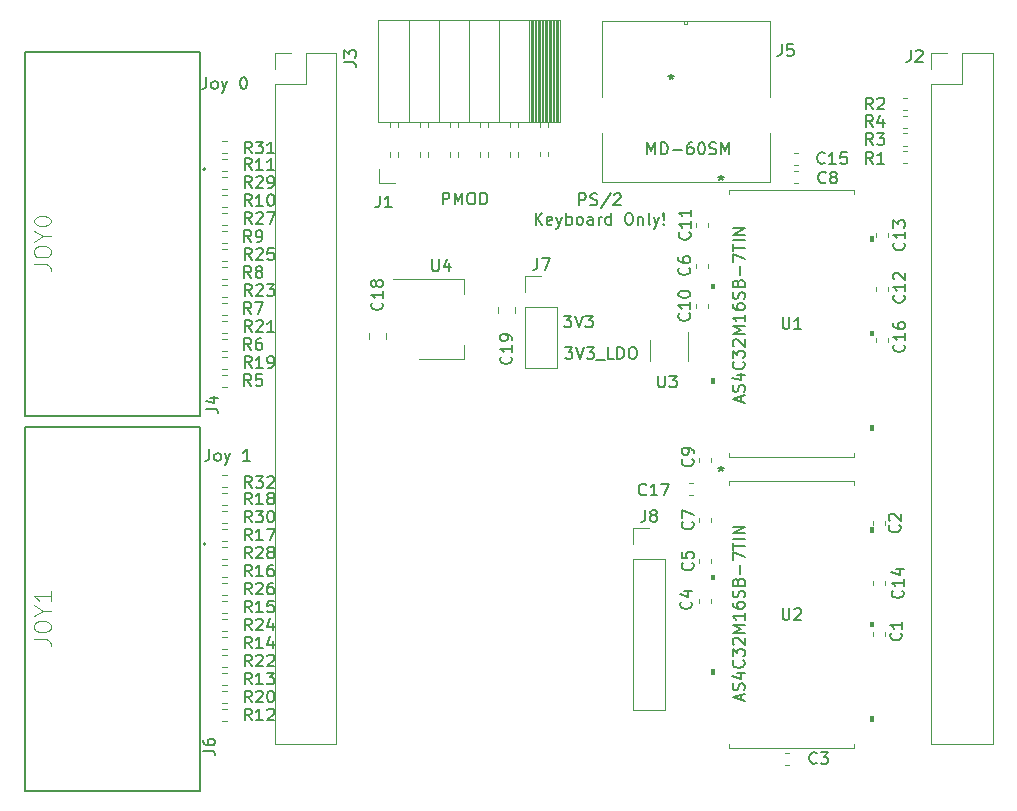
<source format=gbr>
%TF.GenerationSoftware,KiCad,Pcbnew,5.1.6-c6e7f7d~86~ubuntu18.04.1*%
%TF.CreationDate,2021-07-04T16:44:21-07:00*%
%TF.ProjectId,arrow_deca_retro_cape,6172726f-775f-4646-9563-615f72657472,rev?*%
%TF.SameCoordinates,Original*%
%TF.FileFunction,Legend,Top*%
%TF.FilePolarity,Positive*%
%FSLAX46Y46*%
G04 Gerber Fmt 4.6, Leading zero omitted, Abs format (unit mm)*
G04 Created by KiCad (PCBNEW 5.1.6-c6e7f7d~86~ubuntu18.04.1) date 2021-07-04 16:44:21*
%MOMM*%
%LPD*%
G01*
G04 APERTURE LIST*
%ADD10C,0.150000*%
%ADD11C,0.120000*%
%ADD12C,0.127000*%
%ADD13C,0.200000*%
%ADD14C,0.100000*%
%ADD15C,0.050000*%
G04 APERTURE END LIST*
D10*
X89185904Y-46315380D02*
X89804952Y-46315380D01*
X89471619Y-46696333D01*
X89614476Y-46696333D01*
X89709714Y-46743952D01*
X89757333Y-46791571D01*
X89804952Y-46886809D01*
X89804952Y-47124904D01*
X89757333Y-47220142D01*
X89709714Y-47267761D01*
X89614476Y-47315380D01*
X89328761Y-47315380D01*
X89233523Y-47267761D01*
X89185904Y-47220142D01*
X90090666Y-46315380D02*
X90424000Y-47315380D01*
X90757333Y-46315380D01*
X90995428Y-46315380D02*
X91614476Y-46315380D01*
X91281142Y-46696333D01*
X91424000Y-46696333D01*
X91519238Y-46743952D01*
X91566857Y-46791571D01*
X91614476Y-46886809D01*
X91614476Y-47124904D01*
X91566857Y-47220142D01*
X91519238Y-47267761D01*
X91424000Y-47315380D01*
X91138285Y-47315380D01*
X91043047Y-47267761D01*
X90995428Y-47220142D01*
X89281380Y-48982380D02*
X89900428Y-48982380D01*
X89567095Y-49363333D01*
X89709952Y-49363333D01*
X89805190Y-49410952D01*
X89852809Y-49458571D01*
X89900428Y-49553809D01*
X89900428Y-49791904D01*
X89852809Y-49887142D01*
X89805190Y-49934761D01*
X89709952Y-49982380D01*
X89424238Y-49982380D01*
X89329000Y-49934761D01*
X89281380Y-49887142D01*
X90186142Y-48982380D02*
X90519476Y-49982380D01*
X90852809Y-48982380D01*
X91090904Y-48982380D02*
X91709952Y-48982380D01*
X91376619Y-49363333D01*
X91519476Y-49363333D01*
X91614714Y-49410952D01*
X91662333Y-49458571D01*
X91709952Y-49553809D01*
X91709952Y-49791904D01*
X91662333Y-49887142D01*
X91614714Y-49934761D01*
X91519476Y-49982380D01*
X91233761Y-49982380D01*
X91138523Y-49934761D01*
X91090904Y-49887142D01*
X91900428Y-50077619D02*
X92662333Y-50077619D01*
X93376619Y-49982380D02*
X92900428Y-49982380D01*
X92900428Y-48982380D01*
X93709952Y-49982380D02*
X93709952Y-48982380D01*
X93948047Y-48982380D01*
X94090904Y-49030000D01*
X94186142Y-49125238D01*
X94233761Y-49220476D01*
X94281380Y-49410952D01*
X94281380Y-49553809D01*
X94233761Y-49744285D01*
X94186142Y-49839523D01*
X94090904Y-49934761D01*
X93948047Y-49982380D01*
X93709952Y-49982380D01*
X94900428Y-48982380D02*
X95090904Y-48982380D01*
X95186142Y-49030000D01*
X95281380Y-49125238D01*
X95329000Y-49315714D01*
X95329000Y-49649047D01*
X95281380Y-49839523D01*
X95186142Y-49934761D01*
X95090904Y-49982380D01*
X94900428Y-49982380D01*
X94805190Y-49934761D01*
X94709952Y-49839523D01*
X94662333Y-49649047D01*
X94662333Y-49315714D01*
X94709952Y-49125238D01*
X94805190Y-49030000D01*
X94900428Y-48982380D01*
X59158380Y-57618380D02*
X59158380Y-58332666D01*
X59110761Y-58475523D01*
X59015523Y-58570761D01*
X58872666Y-58618380D01*
X58777428Y-58618380D01*
X59777428Y-58618380D02*
X59682190Y-58570761D01*
X59634571Y-58523142D01*
X59586952Y-58427904D01*
X59586952Y-58142190D01*
X59634571Y-58046952D01*
X59682190Y-57999333D01*
X59777428Y-57951714D01*
X59920285Y-57951714D01*
X60015523Y-57999333D01*
X60063142Y-58046952D01*
X60110761Y-58142190D01*
X60110761Y-58427904D01*
X60063142Y-58523142D01*
X60015523Y-58570761D01*
X59920285Y-58618380D01*
X59777428Y-58618380D01*
X60444095Y-57951714D02*
X60682190Y-58618380D01*
X60920285Y-57951714D02*
X60682190Y-58618380D01*
X60586952Y-58856476D01*
X60539333Y-58904095D01*
X60444095Y-58951714D01*
X62586952Y-58618380D02*
X62015523Y-58618380D01*
X62301238Y-58618380D02*
X62301238Y-57618380D01*
X62206000Y-57761238D01*
X62110761Y-57856476D01*
X62015523Y-57904095D01*
X58904380Y-26122380D02*
X58904380Y-26836666D01*
X58856761Y-26979523D01*
X58761523Y-27074761D01*
X58618666Y-27122380D01*
X58523428Y-27122380D01*
X59523428Y-27122380D02*
X59428190Y-27074761D01*
X59380571Y-27027142D01*
X59332952Y-26931904D01*
X59332952Y-26646190D01*
X59380571Y-26550952D01*
X59428190Y-26503333D01*
X59523428Y-26455714D01*
X59666285Y-26455714D01*
X59761523Y-26503333D01*
X59809142Y-26550952D01*
X59856761Y-26646190D01*
X59856761Y-26931904D01*
X59809142Y-27027142D01*
X59761523Y-27074761D01*
X59666285Y-27122380D01*
X59523428Y-27122380D01*
X60190095Y-26455714D02*
X60428190Y-27122380D01*
X60666285Y-26455714D02*
X60428190Y-27122380D01*
X60332952Y-27360476D01*
X60285333Y-27408095D01*
X60190095Y-27455714D01*
X61999619Y-26122380D02*
X62094857Y-26122380D01*
X62190095Y-26170000D01*
X62237714Y-26217619D01*
X62285333Y-26312857D01*
X62332952Y-26503333D01*
X62332952Y-26741428D01*
X62285333Y-26931904D01*
X62237714Y-27027142D01*
X62190095Y-27074761D01*
X62094857Y-27122380D01*
X61999619Y-27122380D01*
X61904380Y-27074761D01*
X61856761Y-27027142D01*
X61809142Y-26931904D01*
X61761523Y-26741428D01*
X61761523Y-26503333D01*
X61809142Y-26312857D01*
X61856761Y-26217619D01*
X61904380Y-26170000D01*
X61999619Y-26122380D01*
X90463904Y-36965380D02*
X90463904Y-35965380D01*
X90844857Y-35965380D01*
X90940095Y-36013000D01*
X90987714Y-36060619D01*
X91035333Y-36155857D01*
X91035333Y-36298714D01*
X90987714Y-36393952D01*
X90940095Y-36441571D01*
X90844857Y-36489190D01*
X90463904Y-36489190D01*
X91416285Y-36917761D02*
X91559142Y-36965380D01*
X91797238Y-36965380D01*
X91892476Y-36917761D01*
X91940095Y-36870142D01*
X91987714Y-36774904D01*
X91987714Y-36679666D01*
X91940095Y-36584428D01*
X91892476Y-36536809D01*
X91797238Y-36489190D01*
X91606761Y-36441571D01*
X91511523Y-36393952D01*
X91463904Y-36346333D01*
X91416285Y-36251095D01*
X91416285Y-36155857D01*
X91463904Y-36060619D01*
X91511523Y-36013000D01*
X91606761Y-35965380D01*
X91844857Y-35965380D01*
X91987714Y-36013000D01*
X93130571Y-35917761D02*
X92273428Y-37203476D01*
X93416285Y-36060619D02*
X93463904Y-36013000D01*
X93559142Y-35965380D01*
X93797238Y-35965380D01*
X93892476Y-36013000D01*
X93940095Y-36060619D01*
X93987714Y-36155857D01*
X93987714Y-36251095D01*
X93940095Y-36393952D01*
X93368666Y-36965380D01*
X93987714Y-36965380D01*
X86773428Y-38615380D02*
X86773428Y-37615380D01*
X87344857Y-38615380D02*
X86916285Y-38043952D01*
X87344857Y-37615380D02*
X86773428Y-38186809D01*
X88154380Y-38567761D02*
X88059142Y-38615380D01*
X87868666Y-38615380D01*
X87773428Y-38567761D01*
X87725809Y-38472523D01*
X87725809Y-38091571D01*
X87773428Y-37996333D01*
X87868666Y-37948714D01*
X88059142Y-37948714D01*
X88154380Y-37996333D01*
X88202000Y-38091571D01*
X88202000Y-38186809D01*
X87725809Y-38282047D01*
X88535333Y-37948714D02*
X88773428Y-38615380D01*
X89011523Y-37948714D02*
X88773428Y-38615380D01*
X88678190Y-38853476D01*
X88630571Y-38901095D01*
X88535333Y-38948714D01*
X89392476Y-38615380D02*
X89392476Y-37615380D01*
X89392476Y-37996333D02*
X89487714Y-37948714D01*
X89678190Y-37948714D01*
X89773428Y-37996333D01*
X89821047Y-38043952D01*
X89868666Y-38139190D01*
X89868666Y-38424904D01*
X89821047Y-38520142D01*
X89773428Y-38567761D01*
X89678190Y-38615380D01*
X89487714Y-38615380D01*
X89392476Y-38567761D01*
X90440095Y-38615380D02*
X90344857Y-38567761D01*
X90297238Y-38520142D01*
X90249619Y-38424904D01*
X90249619Y-38139190D01*
X90297238Y-38043952D01*
X90344857Y-37996333D01*
X90440095Y-37948714D01*
X90582952Y-37948714D01*
X90678190Y-37996333D01*
X90725809Y-38043952D01*
X90773428Y-38139190D01*
X90773428Y-38424904D01*
X90725809Y-38520142D01*
X90678190Y-38567761D01*
X90582952Y-38615380D01*
X90440095Y-38615380D01*
X91630571Y-38615380D02*
X91630571Y-38091571D01*
X91582952Y-37996333D01*
X91487714Y-37948714D01*
X91297238Y-37948714D01*
X91202000Y-37996333D01*
X91630571Y-38567761D02*
X91535333Y-38615380D01*
X91297238Y-38615380D01*
X91202000Y-38567761D01*
X91154380Y-38472523D01*
X91154380Y-38377285D01*
X91202000Y-38282047D01*
X91297238Y-38234428D01*
X91535333Y-38234428D01*
X91630571Y-38186809D01*
X92106761Y-38615380D02*
X92106761Y-37948714D01*
X92106761Y-38139190D02*
X92154380Y-38043952D01*
X92202000Y-37996333D01*
X92297238Y-37948714D01*
X92392476Y-37948714D01*
X93154380Y-38615380D02*
X93154380Y-37615380D01*
X93154380Y-38567761D02*
X93059142Y-38615380D01*
X92868666Y-38615380D01*
X92773428Y-38567761D01*
X92725809Y-38520142D01*
X92678190Y-38424904D01*
X92678190Y-38139190D01*
X92725809Y-38043952D01*
X92773428Y-37996333D01*
X92868666Y-37948714D01*
X93059142Y-37948714D01*
X93154380Y-37996333D01*
X94582952Y-37615380D02*
X94773428Y-37615380D01*
X94868666Y-37663000D01*
X94963904Y-37758238D01*
X95011523Y-37948714D01*
X95011523Y-38282047D01*
X94963904Y-38472523D01*
X94868666Y-38567761D01*
X94773428Y-38615380D01*
X94582952Y-38615380D01*
X94487714Y-38567761D01*
X94392476Y-38472523D01*
X94344857Y-38282047D01*
X94344857Y-37948714D01*
X94392476Y-37758238D01*
X94487714Y-37663000D01*
X94582952Y-37615380D01*
X95440095Y-37948714D02*
X95440095Y-38615380D01*
X95440095Y-38043952D02*
X95487714Y-37996333D01*
X95582952Y-37948714D01*
X95725809Y-37948714D01*
X95821047Y-37996333D01*
X95868666Y-38091571D01*
X95868666Y-38615380D01*
X96487714Y-38615380D02*
X96392476Y-38567761D01*
X96344857Y-38472523D01*
X96344857Y-37615380D01*
X96773428Y-37948714D02*
X97011523Y-38615380D01*
X97249619Y-37948714D02*
X97011523Y-38615380D01*
X96916285Y-38853476D01*
X96868666Y-38901095D01*
X96773428Y-38948714D01*
X97630571Y-38520142D02*
X97678190Y-38567761D01*
X97630571Y-38615380D01*
X97582952Y-38567761D01*
X97630571Y-38520142D01*
X97630571Y-38615380D01*
X97630571Y-38234428D02*
X97582952Y-37663000D01*
X97630571Y-37615380D01*
X97678190Y-37663000D01*
X97630571Y-38234428D01*
X97630571Y-37615380D01*
X78914857Y-36901380D02*
X78914857Y-35901380D01*
X79295809Y-35901380D01*
X79391047Y-35949000D01*
X79438666Y-35996619D01*
X79486285Y-36091857D01*
X79486285Y-36234714D01*
X79438666Y-36329952D01*
X79391047Y-36377571D01*
X79295809Y-36425190D01*
X78914857Y-36425190D01*
X79914857Y-36901380D02*
X79914857Y-35901380D01*
X80248190Y-36615666D01*
X80581523Y-35901380D01*
X80581523Y-36901380D01*
X81248190Y-35901380D02*
X81438666Y-35901380D01*
X81533904Y-35949000D01*
X81629142Y-36044238D01*
X81676761Y-36234714D01*
X81676761Y-36568047D01*
X81629142Y-36758523D01*
X81533904Y-36853761D01*
X81438666Y-36901380D01*
X81248190Y-36901380D01*
X81152952Y-36853761D01*
X81057714Y-36758523D01*
X81010095Y-36568047D01*
X81010095Y-36234714D01*
X81057714Y-36044238D01*
X81152952Y-35949000D01*
X81248190Y-35901380D01*
X82105333Y-36901380D02*
X82105333Y-35901380D01*
X82343428Y-35901380D01*
X82486285Y-35949000D01*
X82581523Y-36044238D01*
X82629142Y-36139476D01*
X82676761Y-36329952D01*
X82676761Y-36472809D01*
X82629142Y-36663285D01*
X82581523Y-36758523D01*
X82486285Y-36853761D01*
X82343428Y-36901380D01*
X82105333Y-36901380D01*
D11*
%TO.C,J8*%
X95063000Y-79689000D02*
X97723000Y-79689000D01*
X95063000Y-66929000D02*
X95063000Y-79689000D01*
X97723000Y-66929000D02*
X97723000Y-79689000D01*
X95063000Y-66929000D02*
X97723000Y-66929000D01*
X95063000Y-65659000D02*
X95063000Y-64329000D01*
X95063000Y-64329000D02*
X96393000Y-64329000D01*
%TO.C,C19*%
X83618000Y-46099252D02*
X83618000Y-45576748D01*
X85038000Y-46099252D02*
X85038000Y-45576748D01*
%TO.C,C18*%
X72696000Y-48281252D02*
X72696000Y-47758748D01*
X74116000Y-48281252D02*
X74116000Y-47758748D01*
%TO.C,U4*%
X80675000Y-50019000D02*
X80675000Y-48759000D01*
X80675000Y-43199000D02*
X80675000Y-44459000D01*
X76915000Y-50019000D02*
X80675000Y-50019000D01*
X74665000Y-43199000D02*
X80675000Y-43199000D01*
%TO.C,J7*%
X85919000Y-50733000D02*
X88579000Y-50733000D01*
X85919000Y-45593000D02*
X85919000Y-50733000D01*
X88579000Y-45593000D02*
X88579000Y-50733000D01*
X85919000Y-45593000D02*
X88579000Y-45593000D01*
X85919000Y-44323000D02*
X85919000Y-42993000D01*
X85919000Y-42993000D02*
X87249000Y-42993000D01*
D12*
%TO.C,J4*%
X43545000Y-24019000D02*
X58325000Y-24019000D01*
X58325000Y-24019000D02*
X58325000Y-54819000D01*
X58325000Y-54819000D02*
X43545000Y-54819000D01*
X43545000Y-54819000D02*
X43545000Y-47879000D01*
X43545000Y-47879000D02*
X43545000Y-30959000D01*
X43545000Y-30959000D02*
X43545000Y-24019000D01*
D13*
X58833000Y-33923000D02*
G75*
G03*
X58833000Y-33923000I-100000J0D01*
G01*
D11*
%TO.C,R14*%
X60609267Y-73531000D02*
X60266733Y-73531000D01*
X60609267Y-74551000D02*
X60266733Y-74551000D01*
D12*
%TO.C,J6*%
X43545000Y-55756000D02*
X58325000Y-55756000D01*
X58325000Y-55756000D02*
X58325000Y-86556000D01*
X58325000Y-86556000D02*
X43545000Y-86556000D01*
X43545000Y-86556000D02*
X43545000Y-79616000D01*
X43545000Y-79616000D02*
X43545000Y-62696000D01*
X43545000Y-62696000D02*
X43545000Y-55756000D01*
D13*
X58833000Y-65660000D02*
G75*
G03*
X58833000Y-65660000I-100000J0D01*
G01*
D11*
%TO.C,R32*%
X60609267Y-59815000D02*
X60266733Y-59815000D01*
X60609267Y-60835000D02*
X60266733Y-60835000D01*
%TO.C,R31*%
X60609267Y-31494000D02*
X60266733Y-31494000D01*
X60609267Y-32514000D02*
X60266733Y-32514000D01*
%TO.C,R30*%
X60609267Y-62863000D02*
X60266733Y-62863000D01*
X60609267Y-63883000D02*
X60266733Y-63883000D01*
%TO.C,R29*%
X60609267Y-34542000D02*
X60266733Y-34542000D01*
X60609267Y-35562000D02*
X60266733Y-35562000D01*
%TO.C,R28*%
X60609267Y-65911000D02*
X60266733Y-65911000D01*
X60609267Y-66931000D02*
X60266733Y-66931000D01*
%TO.C,R27*%
X60609267Y-37590000D02*
X60266733Y-37590000D01*
X60609267Y-38610000D02*
X60266733Y-38610000D01*
%TO.C,R26*%
X60609267Y-68959000D02*
X60266733Y-68959000D01*
X60609267Y-69979000D02*
X60266733Y-69979000D01*
%TO.C,R25*%
X60609267Y-40638000D02*
X60266733Y-40638000D01*
X60609267Y-41658000D02*
X60266733Y-41658000D01*
%TO.C,R24*%
X60609267Y-72007000D02*
X60266733Y-72007000D01*
X60609267Y-73027000D02*
X60266733Y-73027000D01*
%TO.C,R23*%
X60609267Y-43686000D02*
X60266733Y-43686000D01*
X60609267Y-44706000D02*
X60266733Y-44706000D01*
%TO.C,R22*%
X60609267Y-75055000D02*
X60266733Y-75055000D01*
X60609267Y-76075000D02*
X60266733Y-76075000D01*
%TO.C,R21*%
X60609267Y-46734000D02*
X60266733Y-46734000D01*
X60609267Y-47754000D02*
X60266733Y-47754000D01*
%TO.C,R20*%
X60609267Y-78103000D02*
X60266733Y-78103000D01*
X60609267Y-79123000D02*
X60266733Y-79123000D01*
%TO.C,R19*%
X60609267Y-49782000D02*
X60266733Y-49782000D01*
X60609267Y-50802000D02*
X60266733Y-50802000D01*
%TO.C,R18*%
X60609267Y-61339000D02*
X60266733Y-61339000D01*
X60609267Y-62359000D02*
X60266733Y-62359000D01*
%TO.C,R17*%
X60609267Y-64387000D02*
X60266733Y-64387000D01*
X60609267Y-65407000D02*
X60266733Y-65407000D01*
%TO.C,R16*%
X60609267Y-67435000D02*
X60266733Y-67435000D01*
X60609267Y-68455000D02*
X60266733Y-68455000D01*
%TO.C,R15*%
X60609267Y-70483000D02*
X60266733Y-70483000D01*
X60609267Y-71503000D02*
X60266733Y-71503000D01*
%TO.C,R13*%
X60609267Y-76579000D02*
X60266733Y-76579000D01*
X60609267Y-77599000D02*
X60266733Y-77599000D01*
%TO.C,R12*%
X60609267Y-79627000D02*
X60266733Y-79627000D01*
X60609267Y-80647000D02*
X60266733Y-80647000D01*
%TO.C,R11*%
X60609267Y-33018000D02*
X60266733Y-33018000D01*
X60609267Y-34038000D02*
X60266733Y-34038000D01*
%TO.C,R10*%
X60609267Y-36066000D02*
X60266733Y-36066000D01*
X60609267Y-37086000D02*
X60266733Y-37086000D01*
%TO.C,R9*%
X60609267Y-39114000D02*
X60266733Y-39114000D01*
X60609267Y-40134000D02*
X60266733Y-40134000D01*
%TO.C,R8*%
X60609267Y-42162000D02*
X60266733Y-42162000D01*
X60609267Y-43182000D02*
X60266733Y-43182000D01*
%TO.C,R7*%
X60609267Y-45210000D02*
X60266733Y-45210000D01*
X60609267Y-46230000D02*
X60266733Y-46230000D01*
%TO.C,R6*%
X60609267Y-48258000D02*
X60266733Y-48258000D01*
X60609267Y-49278000D02*
X60266733Y-49278000D01*
%TO.C,R5*%
X60609267Y-51306000D02*
X60266733Y-51306000D01*
X60609267Y-52326000D02*
X60266733Y-52326000D01*
%TO.C,R4*%
X118246267Y-30410000D02*
X117903733Y-30410000D01*
X118246267Y-29390000D02*
X117903733Y-29390000D01*
%TO.C,R3*%
X118246267Y-31910000D02*
X117903733Y-31910000D01*
X118246267Y-30890000D02*
X117903733Y-30890000D01*
%TO.C,R2*%
X117903733Y-27890000D02*
X118246267Y-27890000D01*
X117903733Y-28910000D02*
X118246267Y-28910000D01*
%TO.C,R1*%
X117903733Y-32390000D02*
X118246267Y-32390000D01*
X117903733Y-33410000D02*
X118246267Y-33410000D01*
%TO.C,J5*%
X92375300Y-30819089D02*
X92375300Y-35038200D01*
X106624700Y-27780911D02*
X106624700Y-21373000D01*
X92375300Y-35038200D02*
X106624700Y-35038200D01*
X106624700Y-35038200D02*
X106624700Y-30819089D01*
X106624700Y-21373000D02*
X92375300Y-21373000D01*
X92375300Y-21373000D02*
X92375300Y-27780911D01*
X99373000Y-21627000D02*
X99627000Y-21627000D01*
X99627000Y-21627000D02*
X99627000Y-21373000D01*
X99627000Y-21373000D02*
X99373000Y-21373000D01*
X99373000Y-21373000D02*
X99373000Y-21627000D01*
%TO.C,U2*%
X103187500Y-82905600D02*
X113728500Y-82905600D01*
X113728500Y-82905600D02*
X113728500Y-82614740D01*
X113728500Y-60350400D02*
X103187500Y-60350400D01*
X103187500Y-60350400D02*
X103187500Y-60641260D01*
X103187500Y-82614740D02*
X103187500Y-82905600D01*
X113728500Y-60641260D02*
X113728500Y-60350400D01*
D14*
G36*
X101612700Y-68237499D02*
G01*
X101612700Y-68618499D01*
X101866700Y-68618499D01*
X101866700Y-68237499D01*
X101612700Y-68237499D01*
G37*
X101612700Y-68237499D02*
X101612700Y-68618499D01*
X101866700Y-68618499D01*
X101866700Y-68237499D01*
X101612700Y-68237499D01*
G36*
X101612700Y-76237498D02*
G01*
X101612700Y-76618498D01*
X101866700Y-76618498D01*
X101866700Y-76237498D01*
X101612700Y-76237498D01*
G37*
X101612700Y-76237498D02*
X101612700Y-76618498D01*
X101866700Y-76618498D01*
X101866700Y-76237498D01*
X101612700Y-76237498D01*
G36*
X115303300Y-80237500D02*
G01*
X115303300Y-80618500D01*
X115049300Y-80618500D01*
X115049300Y-80237500D01*
X115303300Y-80237500D01*
G37*
X115303300Y-80237500D02*
X115303300Y-80618500D01*
X115049300Y-80618500D01*
X115049300Y-80237500D01*
X115303300Y-80237500D01*
G36*
X115303300Y-72237501D02*
G01*
X115303300Y-72618501D01*
X115049300Y-72618501D01*
X115049300Y-72237501D01*
X115303300Y-72237501D01*
G37*
X115303300Y-72237501D02*
X115303300Y-72618501D01*
X115049300Y-72618501D01*
X115049300Y-72237501D01*
X115303300Y-72237501D01*
G36*
X115303300Y-64237502D02*
G01*
X115303300Y-64618502D01*
X115049300Y-64618502D01*
X115049300Y-64237502D01*
X115303300Y-64237502D01*
G37*
X115303300Y-64237502D02*
X115303300Y-64618502D01*
X115049300Y-64618502D01*
X115049300Y-64237502D01*
X115303300Y-64237502D01*
D11*
%TO.C,U1*%
X103187500Y-58267600D02*
X113728500Y-58267600D01*
X113728500Y-58267600D02*
X113728500Y-57976740D01*
X113728500Y-35712400D02*
X103187500Y-35712400D01*
X103187500Y-35712400D02*
X103187500Y-36003260D01*
X103187500Y-57976740D02*
X103187500Y-58267600D01*
X113728500Y-36003260D02*
X113728500Y-35712400D01*
D14*
G36*
X101612700Y-43599499D02*
G01*
X101612700Y-43980499D01*
X101866700Y-43980499D01*
X101866700Y-43599499D01*
X101612700Y-43599499D01*
G37*
X101612700Y-43599499D02*
X101612700Y-43980499D01*
X101866700Y-43980499D01*
X101866700Y-43599499D01*
X101612700Y-43599499D01*
G36*
X101612700Y-51599498D02*
G01*
X101612700Y-51980498D01*
X101866700Y-51980498D01*
X101866700Y-51599498D01*
X101612700Y-51599498D01*
G37*
X101612700Y-51599498D02*
X101612700Y-51980498D01*
X101866700Y-51980498D01*
X101866700Y-51599498D01*
X101612700Y-51599498D01*
G36*
X115303300Y-55599500D02*
G01*
X115303300Y-55980500D01*
X115049300Y-55980500D01*
X115049300Y-55599500D01*
X115303300Y-55599500D01*
G37*
X115303300Y-55599500D02*
X115303300Y-55980500D01*
X115049300Y-55980500D01*
X115049300Y-55599500D01*
X115303300Y-55599500D01*
G36*
X115303300Y-47599501D02*
G01*
X115303300Y-47980501D01*
X115049300Y-47980501D01*
X115049300Y-47599501D01*
X115303300Y-47599501D01*
G37*
X115303300Y-47599501D02*
X115303300Y-47980501D01*
X115049300Y-47980501D01*
X115049300Y-47599501D01*
X115303300Y-47599501D01*
G36*
X115303300Y-39599502D02*
G01*
X115303300Y-39980502D01*
X115049300Y-39980502D01*
X115049300Y-39599502D01*
X115303300Y-39599502D01*
G37*
X115303300Y-39599502D02*
X115303300Y-39980502D01*
X115049300Y-39980502D01*
X115049300Y-39599502D01*
X115303300Y-39599502D01*
D11*
%TO.C,C5*%
X100582000Y-66903733D02*
X100582000Y-67246267D01*
X101602000Y-66903733D02*
X101602000Y-67246267D01*
%TO.C,U3*%
X96434000Y-48376000D02*
X96434000Y-50176000D01*
X99654000Y-50176000D02*
X99654000Y-47726000D01*
%TO.C,C17*%
X100134267Y-61470000D02*
X99791733Y-61470000D01*
X100134267Y-60450000D02*
X99791733Y-60450000D01*
%TO.C,C16*%
X115568000Y-48544267D02*
X115568000Y-48201733D01*
X116588000Y-48544267D02*
X116588000Y-48201733D01*
%TO.C,C15*%
X108681733Y-32510000D02*
X109024267Y-32510000D01*
X108681733Y-33530000D02*
X109024267Y-33530000D01*
%TO.C,J2*%
X120270000Y-24070000D02*
X121600000Y-24070000D01*
X120270000Y-25400000D02*
X120270000Y-24070000D01*
X122870000Y-24070000D02*
X125470000Y-24070000D01*
X122870000Y-26670000D02*
X122870000Y-24070000D01*
X120270000Y-26670000D02*
X122870000Y-26670000D01*
X125470000Y-24070000D02*
X125470000Y-82610000D01*
X120270000Y-26670000D02*
X120270000Y-82610000D01*
X120270000Y-82610000D02*
X125470000Y-82610000D01*
%TO.C,C14*%
X116334000Y-69118267D02*
X116334000Y-68775733D01*
X115314000Y-69118267D02*
X115314000Y-68775733D01*
%TO.C,C13*%
X116588000Y-39682267D02*
X116588000Y-39339733D01*
X115568000Y-39682267D02*
X115568000Y-39339733D01*
%TO.C,C12*%
X116588000Y-44226267D02*
X116588000Y-43883733D01*
X115568000Y-44226267D02*
X115568000Y-43883733D01*
%TO.C,C11*%
X100328000Y-38503733D02*
X100328000Y-38846267D01*
X101348000Y-38503733D02*
X101348000Y-38846267D01*
%TO.C,C10*%
X101348000Y-45646267D02*
X101348000Y-45303733D01*
X100328000Y-45646267D02*
X100328000Y-45303733D01*
%TO.C,C9*%
X100582000Y-58389733D02*
X100582000Y-58732267D01*
X101602000Y-58389733D02*
X101602000Y-58732267D01*
%TO.C,C8*%
X108681733Y-35054000D02*
X109024267Y-35054000D01*
X108681733Y-34034000D02*
X109024267Y-34034000D01*
%TO.C,C7*%
X100582000Y-63441733D02*
X100582000Y-63784267D01*
X101602000Y-63441733D02*
X101602000Y-63784267D01*
%TO.C,C6*%
X101348000Y-42246267D02*
X101348000Y-41903733D01*
X100328000Y-42246267D02*
X100328000Y-41903733D01*
%TO.C,C4*%
X101602000Y-70646267D02*
X101602000Y-70303733D01*
X100582000Y-70646267D02*
X100582000Y-70303733D01*
%TO.C,C3*%
X107919733Y-84330000D02*
X108262267Y-84330000D01*
X107919733Y-83310000D02*
X108262267Y-83310000D01*
%TO.C,C2*%
X116334000Y-64038267D02*
X116334000Y-63695733D01*
X115314000Y-64038267D02*
X115314000Y-63695733D01*
%TO.C,C1*%
X116334000Y-73436267D02*
X116334000Y-73093733D01*
X115314000Y-73436267D02*
X115314000Y-73093733D01*
%TO.C,J3*%
X64710000Y-82610000D02*
X69910000Y-82610000D01*
X64710000Y-26670000D02*
X64710000Y-82610000D01*
X69910000Y-24070000D02*
X69910000Y-82610000D01*
X64710000Y-26670000D02*
X67310000Y-26670000D01*
X67310000Y-26670000D02*
X67310000Y-24070000D01*
X67310000Y-24070000D02*
X69910000Y-24070000D01*
X64710000Y-25400000D02*
X64710000Y-24070000D01*
X64710000Y-24070000D02*
X66040000Y-24070000D01*
%TO.C,J1*%
X73533000Y-33909000D02*
X73533000Y-35019000D01*
X74863000Y-35052000D02*
X73533000Y-35052000D01*
X88833000Y-21279000D02*
X73473000Y-21279000D01*
X73473000Y-21279000D02*
X73473000Y-29909000D01*
X88833000Y-29909000D02*
X73473000Y-29909000D01*
X88833000Y-21279000D02*
X88833000Y-29909000D01*
X76073000Y-21279000D02*
X76073000Y-29909000D01*
X78613000Y-21279000D02*
X78613000Y-29909000D01*
X81153000Y-21279000D02*
X81153000Y-29909000D01*
X83693000Y-21279000D02*
X83693000Y-29909000D01*
X86233000Y-21279000D02*
X86233000Y-29909000D01*
X74443000Y-32419000D02*
X74443000Y-32859000D01*
X74443000Y-29909000D02*
X74443000Y-30319000D01*
X75163000Y-32419000D02*
X75163000Y-32859000D01*
X75163000Y-29909000D02*
X75163000Y-30319000D01*
X76983000Y-32419000D02*
X76983000Y-32859000D01*
X76983000Y-29909000D02*
X76983000Y-30319000D01*
X77703000Y-32419000D02*
X77703000Y-32859000D01*
X77703000Y-29909000D02*
X77703000Y-30319000D01*
X79523000Y-32419000D02*
X79523000Y-32859000D01*
X79523000Y-29909000D02*
X79523000Y-30319000D01*
X80243000Y-32419000D02*
X80243000Y-32859000D01*
X80243000Y-29909000D02*
X80243000Y-30319000D01*
X82063000Y-32419000D02*
X82063000Y-32859000D01*
X82063000Y-29909000D02*
X82063000Y-30319000D01*
X82783000Y-32419000D02*
X82783000Y-32859000D01*
X82783000Y-29909000D02*
X82783000Y-30319000D01*
X84603000Y-32419000D02*
X84603000Y-32859000D01*
X84603000Y-29909000D02*
X84603000Y-30319000D01*
X85323000Y-32419000D02*
X85323000Y-32859000D01*
X85323000Y-29909000D02*
X85323000Y-30319000D01*
X87143000Y-32419000D02*
X87143000Y-32799000D01*
X87143000Y-29909000D02*
X87143000Y-30319000D01*
X87863000Y-32419000D02*
X87863000Y-32799000D01*
X87863000Y-29909000D02*
X87863000Y-30319000D01*
X86351100Y-21279000D02*
X86351100Y-29909000D01*
X86469195Y-21279000D02*
X86469195Y-29909000D01*
X86587290Y-21279000D02*
X86587290Y-29909000D01*
X86705385Y-21279000D02*
X86705385Y-29909000D01*
X86823480Y-21279000D02*
X86823480Y-29909000D01*
X86941575Y-21279000D02*
X86941575Y-29909000D01*
X87059670Y-21279000D02*
X87059670Y-29909000D01*
X87177765Y-21279000D02*
X87177765Y-29909000D01*
X87295860Y-21279000D02*
X87295860Y-29909000D01*
X87413955Y-21279000D02*
X87413955Y-29909000D01*
X87532050Y-21279000D02*
X87532050Y-29909000D01*
X87650145Y-21279000D02*
X87650145Y-29909000D01*
X87768240Y-21279000D02*
X87768240Y-29909000D01*
X87886335Y-21279000D02*
X87886335Y-29909000D01*
X88004430Y-21279000D02*
X88004430Y-29909000D01*
X88122525Y-21279000D02*
X88122525Y-29909000D01*
X88240620Y-21279000D02*
X88240620Y-29909000D01*
X88358715Y-21279000D02*
X88358715Y-29909000D01*
X88476810Y-21279000D02*
X88476810Y-29909000D01*
X88594905Y-21279000D02*
X88594905Y-29909000D01*
X88713000Y-21279000D02*
X88713000Y-29909000D01*
%TO.C,J8*%
D10*
X96059666Y-62781380D02*
X96059666Y-63495666D01*
X96012047Y-63638523D01*
X95916809Y-63733761D01*
X95773952Y-63781380D01*
X95678714Y-63781380D01*
X96678714Y-63209952D02*
X96583476Y-63162333D01*
X96535857Y-63114714D01*
X96488238Y-63019476D01*
X96488238Y-62971857D01*
X96535857Y-62876619D01*
X96583476Y-62829000D01*
X96678714Y-62781380D01*
X96869190Y-62781380D01*
X96964428Y-62829000D01*
X97012047Y-62876619D01*
X97059666Y-62971857D01*
X97059666Y-63019476D01*
X97012047Y-63114714D01*
X96964428Y-63162333D01*
X96869190Y-63209952D01*
X96678714Y-63209952D01*
X96583476Y-63257571D01*
X96535857Y-63305190D01*
X96488238Y-63400428D01*
X96488238Y-63590904D01*
X96535857Y-63686142D01*
X96583476Y-63733761D01*
X96678714Y-63781380D01*
X96869190Y-63781380D01*
X96964428Y-63733761D01*
X97012047Y-63686142D01*
X97059666Y-63590904D01*
X97059666Y-63400428D01*
X97012047Y-63305190D01*
X96964428Y-63257571D01*
X96869190Y-63209952D01*
%TO.C,C19*%
X84685142Y-49791857D02*
X84732761Y-49839476D01*
X84780380Y-49982333D01*
X84780380Y-50077571D01*
X84732761Y-50220428D01*
X84637523Y-50315666D01*
X84542285Y-50363285D01*
X84351809Y-50410904D01*
X84208952Y-50410904D01*
X84018476Y-50363285D01*
X83923238Y-50315666D01*
X83828000Y-50220428D01*
X83780380Y-50077571D01*
X83780380Y-49982333D01*
X83828000Y-49839476D01*
X83875619Y-49791857D01*
X84780380Y-48839476D02*
X84780380Y-49410904D01*
X84780380Y-49125190D02*
X83780380Y-49125190D01*
X83923238Y-49220428D01*
X84018476Y-49315666D01*
X84066095Y-49410904D01*
X84780380Y-48363285D02*
X84780380Y-48172809D01*
X84732761Y-48077571D01*
X84685142Y-48029952D01*
X84542285Y-47934714D01*
X84351809Y-47887095D01*
X83970857Y-47887095D01*
X83875619Y-47934714D01*
X83828000Y-47982333D01*
X83780380Y-48077571D01*
X83780380Y-48268047D01*
X83828000Y-48363285D01*
X83875619Y-48410904D01*
X83970857Y-48458523D01*
X84208952Y-48458523D01*
X84304190Y-48410904D01*
X84351809Y-48363285D01*
X84399428Y-48268047D01*
X84399428Y-48077571D01*
X84351809Y-47982333D01*
X84304190Y-47934714D01*
X84208952Y-47887095D01*
%TO.C,C18*%
X73763142Y-45219857D02*
X73810761Y-45267476D01*
X73858380Y-45410333D01*
X73858380Y-45505571D01*
X73810761Y-45648428D01*
X73715523Y-45743666D01*
X73620285Y-45791285D01*
X73429809Y-45838904D01*
X73286952Y-45838904D01*
X73096476Y-45791285D01*
X73001238Y-45743666D01*
X72906000Y-45648428D01*
X72858380Y-45505571D01*
X72858380Y-45410333D01*
X72906000Y-45267476D01*
X72953619Y-45219857D01*
X73858380Y-44267476D02*
X73858380Y-44838904D01*
X73858380Y-44553190D02*
X72858380Y-44553190D01*
X73001238Y-44648428D01*
X73096476Y-44743666D01*
X73144095Y-44838904D01*
X73286952Y-43696047D02*
X73239333Y-43791285D01*
X73191714Y-43838904D01*
X73096476Y-43886523D01*
X73048857Y-43886523D01*
X72953619Y-43838904D01*
X72906000Y-43791285D01*
X72858380Y-43696047D01*
X72858380Y-43505571D01*
X72906000Y-43410333D01*
X72953619Y-43362714D01*
X73048857Y-43315095D01*
X73096476Y-43315095D01*
X73191714Y-43362714D01*
X73239333Y-43410333D01*
X73286952Y-43505571D01*
X73286952Y-43696047D01*
X73334571Y-43791285D01*
X73382190Y-43838904D01*
X73477428Y-43886523D01*
X73667904Y-43886523D01*
X73763142Y-43838904D01*
X73810761Y-43791285D01*
X73858380Y-43696047D01*
X73858380Y-43505571D01*
X73810761Y-43410333D01*
X73763142Y-43362714D01*
X73667904Y-43315095D01*
X73477428Y-43315095D01*
X73382190Y-43362714D01*
X73334571Y-43410333D01*
X73286952Y-43505571D01*
%TO.C,U4*%
X78003095Y-41561380D02*
X78003095Y-42370904D01*
X78050714Y-42466142D01*
X78098333Y-42513761D01*
X78193571Y-42561380D01*
X78384047Y-42561380D01*
X78479285Y-42513761D01*
X78526904Y-42466142D01*
X78574523Y-42370904D01*
X78574523Y-41561380D01*
X79479285Y-41894714D02*
X79479285Y-42561380D01*
X79241190Y-41513761D02*
X79003095Y-42228047D01*
X79622142Y-42228047D01*
%TO.C,J7*%
X86915666Y-41445380D02*
X86915666Y-42159666D01*
X86868047Y-42302523D01*
X86772809Y-42397761D01*
X86629952Y-42445380D01*
X86534714Y-42445380D01*
X87296619Y-41445380D02*
X87963285Y-41445380D01*
X87534714Y-42445380D01*
%TO.C,J4*%
X58888380Y-54181333D02*
X59602666Y-54181333D01*
X59745523Y-54228952D01*
X59840761Y-54324190D01*
X59888380Y-54467047D01*
X59888380Y-54562285D01*
X59221714Y-53276571D02*
X59888380Y-53276571D01*
X58840761Y-53514666D02*
X59555047Y-53752761D01*
X59555047Y-53133714D01*
D15*
X44317654Y-41982594D02*
X45318540Y-41982594D01*
X45518717Y-42049320D01*
X45652168Y-42182771D01*
X45718894Y-42382948D01*
X45718894Y-42516400D01*
X44317654Y-41048434D02*
X44317654Y-40781531D01*
X44384380Y-40648080D01*
X44517831Y-40514628D01*
X44784734Y-40447902D01*
X45251814Y-40447902D01*
X45518717Y-40514628D01*
X45652168Y-40648080D01*
X45718894Y-40781531D01*
X45718894Y-41048434D01*
X45652168Y-41181885D01*
X45518717Y-41315337D01*
X45251814Y-41382062D01*
X44784734Y-41382062D01*
X44517831Y-41315337D01*
X44384380Y-41181885D01*
X44317654Y-41048434D01*
X45051637Y-39580468D02*
X45718894Y-39580468D01*
X44317654Y-40047548D02*
X45051637Y-39580468D01*
X44317654Y-39113388D01*
X44317654Y-38379405D02*
X44317654Y-38245954D01*
X44384380Y-38112502D01*
X44451105Y-38045777D01*
X44584557Y-37979051D01*
X44851460Y-37912325D01*
X45185088Y-37912325D01*
X45451991Y-37979051D01*
X45585442Y-38045777D01*
X45652168Y-38112502D01*
X45718894Y-38245954D01*
X45718894Y-38379405D01*
X45652168Y-38512857D01*
X45585442Y-38579582D01*
X45451991Y-38646308D01*
X45185088Y-38713034D01*
X44851460Y-38713034D01*
X44584557Y-38646308D01*
X44451105Y-38579582D01*
X44384380Y-38512857D01*
X44317654Y-38379405D01*
%TO.C,R14*%
D10*
X62730142Y-74493380D02*
X62396809Y-74017190D01*
X62158714Y-74493380D02*
X62158714Y-73493380D01*
X62539666Y-73493380D01*
X62634904Y-73541000D01*
X62682523Y-73588619D01*
X62730142Y-73683857D01*
X62730142Y-73826714D01*
X62682523Y-73921952D01*
X62634904Y-73969571D01*
X62539666Y-74017190D01*
X62158714Y-74017190D01*
X63682523Y-74493380D02*
X63111095Y-74493380D01*
X63396809Y-74493380D02*
X63396809Y-73493380D01*
X63301571Y-73636238D01*
X63206333Y-73731476D01*
X63111095Y-73779095D01*
X64539666Y-73826714D02*
X64539666Y-74493380D01*
X64301571Y-73445761D02*
X64063476Y-74160047D01*
X64682523Y-74160047D01*
%TO.C,J6*%
X58634380Y-83137333D02*
X59348666Y-83137333D01*
X59491523Y-83184952D01*
X59586761Y-83280190D01*
X59634380Y-83423047D01*
X59634380Y-83518285D01*
X58634380Y-82232571D02*
X58634380Y-82423047D01*
X58682000Y-82518285D01*
X58729619Y-82565904D01*
X58872476Y-82661142D01*
X59062952Y-82708761D01*
X59443904Y-82708761D01*
X59539142Y-82661142D01*
X59586761Y-82613523D01*
X59634380Y-82518285D01*
X59634380Y-82327809D01*
X59586761Y-82232571D01*
X59539142Y-82184952D01*
X59443904Y-82137333D01*
X59205809Y-82137333D01*
X59110571Y-82184952D01*
X59062952Y-82232571D01*
X59015333Y-82327809D01*
X59015333Y-82518285D01*
X59062952Y-82613523D01*
X59110571Y-82661142D01*
X59205809Y-82708761D01*
D15*
X44317654Y-73719594D02*
X45318540Y-73719594D01*
X45518717Y-73786320D01*
X45652168Y-73919771D01*
X45718894Y-74119948D01*
X45718894Y-74253400D01*
X44317654Y-72785434D02*
X44317654Y-72518531D01*
X44384380Y-72385080D01*
X44517831Y-72251628D01*
X44784734Y-72184902D01*
X45251814Y-72184902D01*
X45518717Y-72251628D01*
X45652168Y-72385080D01*
X45718894Y-72518531D01*
X45718894Y-72785434D01*
X45652168Y-72918885D01*
X45518717Y-73052337D01*
X45251814Y-73119062D01*
X44784734Y-73119062D01*
X44517831Y-73052337D01*
X44384380Y-72918885D01*
X44317654Y-72785434D01*
X45051637Y-71317468D02*
X45718894Y-71317468D01*
X44317654Y-71784548D02*
X45051637Y-71317468D01*
X44317654Y-70850388D01*
X45718894Y-69649325D02*
X45718894Y-70450034D01*
X45718894Y-70049680D02*
X44317654Y-70049680D01*
X44517831Y-70183131D01*
X44651282Y-70316582D01*
X44718008Y-70450034D01*
%TO.C,R32*%
D10*
X62730142Y-60904380D02*
X62396809Y-60428190D01*
X62158714Y-60904380D02*
X62158714Y-59904380D01*
X62539666Y-59904380D01*
X62634904Y-59952000D01*
X62682523Y-59999619D01*
X62730142Y-60094857D01*
X62730142Y-60237714D01*
X62682523Y-60332952D01*
X62634904Y-60380571D01*
X62539666Y-60428190D01*
X62158714Y-60428190D01*
X63063476Y-59904380D02*
X63682523Y-59904380D01*
X63349190Y-60285333D01*
X63492047Y-60285333D01*
X63587285Y-60332952D01*
X63634904Y-60380571D01*
X63682523Y-60475809D01*
X63682523Y-60713904D01*
X63634904Y-60809142D01*
X63587285Y-60856761D01*
X63492047Y-60904380D01*
X63206333Y-60904380D01*
X63111095Y-60856761D01*
X63063476Y-60809142D01*
X64063476Y-59999619D02*
X64111095Y-59952000D01*
X64206333Y-59904380D01*
X64444428Y-59904380D01*
X64539666Y-59952000D01*
X64587285Y-59999619D01*
X64634904Y-60094857D01*
X64634904Y-60190095D01*
X64587285Y-60332952D01*
X64015857Y-60904380D01*
X64634904Y-60904380D01*
%TO.C,R31*%
X62730142Y-32583380D02*
X62396809Y-32107190D01*
X62158714Y-32583380D02*
X62158714Y-31583380D01*
X62539666Y-31583380D01*
X62634904Y-31631000D01*
X62682523Y-31678619D01*
X62730142Y-31773857D01*
X62730142Y-31916714D01*
X62682523Y-32011952D01*
X62634904Y-32059571D01*
X62539666Y-32107190D01*
X62158714Y-32107190D01*
X63063476Y-31583380D02*
X63682523Y-31583380D01*
X63349190Y-31964333D01*
X63492047Y-31964333D01*
X63587285Y-32011952D01*
X63634904Y-32059571D01*
X63682523Y-32154809D01*
X63682523Y-32392904D01*
X63634904Y-32488142D01*
X63587285Y-32535761D01*
X63492047Y-32583380D01*
X63206333Y-32583380D01*
X63111095Y-32535761D01*
X63063476Y-32488142D01*
X64634904Y-32583380D02*
X64063476Y-32583380D01*
X64349190Y-32583380D02*
X64349190Y-31583380D01*
X64253952Y-31726238D01*
X64158714Y-31821476D01*
X64063476Y-31869095D01*
%TO.C,R30*%
X62730142Y-63825380D02*
X62396809Y-63349190D01*
X62158714Y-63825380D02*
X62158714Y-62825380D01*
X62539666Y-62825380D01*
X62634904Y-62873000D01*
X62682523Y-62920619D01*
X62730142Y-63015857D01*
X62730142Y-63158714D01*
X62682523Y-63253952D01*
X62634904Y-63301571D01*
X62539666Y-63349190D01*
X62158714Y-63349190D01*
X63063476Y-62825380D02*
X63682523Y-62825380D01*
X63349190Y-63206333D01*
X63492047Y-63206333D01*
X63587285Y-63253952D01*
X63634904Y-63301571D01*
X63682523Y-63396809D01*
X63682523Y-63634904D01*
X63634904Y-63730142D01*
X63587285Y-63777761D01*
X63492047Y-63825380D01*
X63206333Y-63825380D01*
X63111095Y-63777761D01*
X63063476Y-63730142D01*
X64301571Y-62825380D02*
X64396809Y-62825380D01*
X64492047Y-62873000D01*
X64539666Y-62920619D01*
X64587285Y-63015857D01*
X64634904Y-63206333D01*
X64634904Y-63444428D01*
X64587285Y-63634904D01*
X64539666Y-63730142D01*
X64492047Y-63777761D01*
X64396809Y-63825380D01*
X64301571Y-63825380D01*
X64206333Y-63777761D01*
X64158714Y-63730142D01*
X64111095Y-63634904D01*
X64063476Y-63444428D01*
X64063476Y-63206333D01*
X64111095Y-63015857D01*
X64158714Y-62920619D01*
X64206333Y-62873000D01*
X64301571Y-62825380D01*
%TO.C,R29*%
X62730142Y-35504380D02*
X62396809Y-35028190D01*
X62158714Y-35504380D02*
X62158714Y-34504380D01*
X62539666Y-34504380D01*
X62634904Y-34552000D01*
X62682523Y-34599619D01*
X62730142Y-34694857D01*
X62730142Y-34837714D01*
X62682523Y-34932952D01*
X62634904Y-34980571D01*
X62539666Y-35028190D01*
X62158714Y-35028190D01*
X63111095Y-34599619D02*
X63158714Y-34552000D01*
X63253952Y-34504380D01*
X63492047Y-34504380D01*
X63587285Y-34552000D01*
X63634904Y-34599619D01*
X63682523Y-34694857D01*
X63682523Y-34790095D01*
X63634904Y-34932952D01*
X63063476Y-35504380D01*
X63682523Y-35504380D01*
X64158714Y-35504380D02*
X64349190Y-35504380D01*
X64444428Y-35456761D01*
X64492047Y-35409142D01*
X64587285Y-35266285D01*
X64634904Y-35075809D01*
X64634904Y-34694857D01*
X64587285Y-34599619D01*
X64539666Y-34552000D01*
X64444428Y-34504380D01*
X64253952Y-34504380D01*
X64158714Y-34552000D01*
X64111095Y-34599619D01*
X64063476Y-34694857D01*
X64063476Y-34932952D01*
X64111095Y-35028190D01*
X64158714Y-35075809D01*
X64253952Y-35123428D01*
X64444428Y-35123428D01*
X64539666Y-35075809D01*
X64587285Y-35028190D01*
X64634904Y-34932952D01*
%TO.C,R28*%
X62730142Y-66873380D02*
X62396809Y-66397190D01*
X62158714Y-66873380D02*
X62158714Y-65873380D01*
X62539666Y-65873380D01*
X62634904Y-65921000D01*
X62682523Y-65968619D01*
X62730142Y-66063857D01*
X62730142Y-66206714D01*
X62682523Y-66301952D01*
X62634904Y-66349571D01*
X62539666Y-66397190D01*
X62158714Y-66397190D01*
X63111095Y-65968619D02*
X63158714Y-65921000D01*
X63253952Y-65873380D01*
X63492047Y-65873380D01*
X63587285Y-65921000D01*
X63634904Y-65968619D01*
X63682523Y-66063857D01*
X63682523Y-66159095D01*
X63634904Y-66301952D01*
X63063476Y-66873380D01*
X63682523Y-66873380D01*
X64253952Y-66301952D02*
X64158714Y-66254333D01*
X64111095Y-66206714D01*
X64063476Y-66111476D01*
X64063476Y-66063857D01*
X64111095Y-65968619D01*
X64158714Y-65921000D01*
X64253952Y-65873380D01*
X64444428Y-65873380D01*
X64539666Y-65921000D01*
X64587285Y-65968619D01*
X64634904Y-66063857D01*
X64634904Y-66111476D01*
X64587285Y-66206714D01*
X64539666Y-66254333D01*
X64444428Y-66301952D01*
X64253952Y-66301952D01*
X64158714Y-66349571D01*
X64111095Y-66397190D01*
X64063476Y-66492428D01*
X64063476Y-66682904D01*
X64111095Y-66778142D01*
X64158714Y-66825761D01*
X64253952Y-66873380D01*
X64444428Y-66873380D01*
X64539666Y-66825761D01*
X64587285Y-66778142D01*
X64634904Y-66682904D01*
X64634904Y-66492428D01*
X64587285Y-66397190D01*
X64539666Y-66349571D01*
X64444428Y-66301952D01*
%TO.C,R27*%
X62730142Y-38552380D02*
X62396809Y-38076190D01*
X62158714Y-38552380D02*
X62158714Y-37552380D01*
X62539666Y-37552380D01*
X62634904Y-37600000D01*
X62682523Y-37647619D01*
X62730142Y-37742857D01*
X62730142Y-37885714D01*
X62682523Y-37980952D01*
X62634904Y-38028571D01*
X62539666Y-38076190D01*
X62158714Y-38076190D01*
X63111095Y-37647619D02*
X63158714Y-37600000D01*
X63253952Y-37552380D01*
X63492047Y-37552380D01*
X63587285Y-37600000D01*
X63634904Y-37647619D01*
X63682523Y-37742857D01*
X63682523Y-37838095D01*
X63634904Y-37980952D01*
X63063476Y-38552380D01*
X63682523Y-38552380D01*
X64015857Y-37552380D02*
X64682523Y-37552380D01*
X64253952Y-38552380D01*
%TO.C,R26*%
X62730142Y-69921380D02*
X62396809Y-69445190D01*
X62158714Y-69921380D02*
X62158714Y-68921380D01*
X62539666Y-68921380D01*
X62634904Y-68969000D01*
X62682523Y-69016619D01*
X62730142Y-69111857D01*
X62730142Y-69254714D01*
X62682523Y-69349952D01*
X62634904Y-69397571D01*
X62539666Y-69445190D01*
X62158714Y-69445190D01*
X63111095Y-69016619D02*
X63158714Y-68969000D01*
X63253952Y-68921380D01*
X63492047Y-68921380D01*
X63587285Y-68969000D01*
X63634904Y-69016619D01*
X63682523Y-69111857D01*
X63682523Y-69207095D01*
X63634904Y-69349952D01*
X63063476Y-69921380D01*
X63682523Y-69921380D01*
X64539666Y-68921380D02*
X64349190Y-68921380D01*
X64253952Y-68969000D01*
X64206333Y-69016619D01*
X64111095Y-69159476D01*
X64063476Y-69349952D01*
X64063476Y-69730904D01*
X64111095Y-69826142D01*
X64158714Y-69873761D01*
X64253952Y-69921380D01*
X64444428Y-69921380D01*
X64539666Y-69873761D01*
X64587285Y-69826142D01*
X64634904Y-69730904D01*
X64634904Y-69492809D01*
X64587285Y-69397571D01*
X64539666Y-69349952D01*
X64444428Y-69302333D01*
X64253952Y-69302333D01*
X64158714Y-69349952D01*
X64111095Y-69397571D01*
X64063476Y-69492809D01*
%TO.C,R25*%
X62730142Y-41600380D02*
X62396809Y-41124190D01*
X62158714Y-41600380D02*
X62158714Y-40600380D01*
X62539666Y-40600380D01*
X62634904Y-40648000D01*
X62682523Y-40695619D01*
X62730142Y-40790857D01*
X62730142Y-40933714D01*
X62682523Y-41028952D01*
X62634904Y-41076571D01*
X62539666Y-41124190D01*
X62158714Y-41124190D01*
X63111095Y-40695619D02*
X63158714Y-40648000D01*
X63253952Y-40600380D01*
X63492047Y-40600380D01*
X63587285Y-40648000D01*
X63634904Y-40695619D01*
X63682523Y-40790857D01*
X63682523Y-40886095D01*
X63634904Y-41028952D01*
X63063476Y-41600380D01*
X63682523Y-41600380D01*
X64587285Y-40600380D02*
X64111095Y-40600380D01*
X64063476Y-41076571D01*
X64111095Y-41028952D01*
X64206333Y-40981333D01*
X64444428Y-40981333D01*
X64539666Y-41028952D01*
X64587285Y-41076571D01*
X64634904Y-41171809D01*
X64634904Y-41409904D01*
X64587285Y-41505142D01*
X64539666Y-41552761D01*
X64444428Y-41600380D01*
X64206333Y-41600380D01*
X64111095Y-41552761D01*
X64063476Y-41505142D01*
%TO.C,R24*%
X62730142Y-72969380D02*
X62396809Y-72493190D01*
X62158714Y-72969380D02*
X62158714Y-71969380D01*
X62539666Y-71969380D01*
X62634904Y-72017000D01*
X62682523Y-72064619D01*
X62730142Y-72159857D01*
X62730142Y-72302714D01*
X62682523Y-72397952D01*
X62634904Y-72445571D01*
X62539666Y-72493190D01*
X62158714Y-72493190D01*
X63111095Y-72064619D02*
X63158714Y-72017000D01*
X63253952Y-71969380D01*
X63492047Y-71969380D01*
X63587285Y-72017000D01*
X63634904Y-72064619D01*
X63682523Y-72159857D01*
X63682523Y-72255095D01*
X63634904Y-72397952D01*
X63063476Y-72969380D01*
X63682523Y-72969380D01*
X64539666Y-72302714D02*
X64539666Y-72969380D01*
X64301571Y-71921761D02*
X64063476Y-72636047D01*
X64682523Y-72636047D01*
%TO.C,R23*%
X62730142Y-44648380D02*
X62396809Y-44172190D01*
X62158714Y-44648380D02*
X62158714Y-43648380D01*
X62539666Y-43648380D01*
X62634904Y-43696000D01*
X62682523Y-43743619D01*
X62730142Y-43838857D01*
X62730142Y-43981714D01*
X62682523Y-44076952D01*
X62634904Y-44124571D01*
X62539666Y-44172190D01*
X62158714Y-44172190D01*
X63111095Y-43743619D02*
X63158714Y-43696000D01*
X63253952Y-43648380D01*
X63492047Y-43648380D01*
X63587285Y-43696000D01*
X63634904Y-43743619D01*
X63682523Y-43838857D01*
X63682523Y-43934095D01*
X63634904Y-44076952D01*
X63063476Y-44648380D01*
X63682523Y-44648380D01*
X64015857Y-43648380D02*
X64634904Y-43648380D01*
X64301571Y-44029333D01*
X64444428Y-44029333D01*
X64539666Y-44076952D01*
X64587285Y-44124571D01*
X64634904Y-44219809D01*
X64634904Y-44457904D01*
X64587285Y-44553142D01*
X64539666Y-44600761D01*
X64444428Y-44648380D01*
X64158714Y-44648380D01*
X64063476Y-44600761D01*
X64015857Y-44553142D01*
%TO.C,R22*%
X62730142Y-76017380D02*
X62396809Y-75541190D01*
X62158714Y-76017380D02*
X62158714Y-75017380D01*
X62539666Y-75017380D01*
X62634904Y-75065000D01*
X62682523Y-75112619D01*
X62730142Y-75207857D01*
X62730142Y-75350714D01*
X62682523Y-75445952D01*
X62634904Y-75493571D01*
X62539666Y-75541190D01*
X62158714Y-75541190D01*
X63111095Y-75112619D02*
X63158714Y-75065000D01*
X63253952Y-75017380D01*
X63492047Y-75017380D01*
X63587285Y-75065000D01*
X63634904Y-75112619D01*
X63682523Y-75207857D01*
X63682523Y-75303095D01*
X63634904Y-75445952D01*
X63063476Y-76017380D01*
X63682523Y-76017380D01*
X64063476Y-75112619D02*
X64111095Y-75065000D01*
X64206333Y-75017380D01*
X64444428Y-75017380D01*
X64539666Y-75065000D01*
X64587285Y-75112619D01*
X64634904Y-75207857D01*
X64634904Y-75303095D01*
X64587285Y-75445952D01*
X64015857Y-76017380D01*
X64634904Y-76017380D01*
%TO.C,R21*%
X62730142Y-47696380D02*
X62396809Y-47220190D01*
X62158714Y-47696380D02*
X62158714Y-46696380D01*
X62539666Y-46696380D01*
X62634904Y-46744000D01*
X62682523Y-46791619D01*
X62730142Y-46886857D01*
X62730142Y-47029714D01*
X62682523Y-47124952D01*
X62634904Y-47172571D01*
X62539666Y-47220190D01*
X62158714Y-47220190D01*
X63111095Y-46791619D02*
X63158714Y-46744000D01*
X63253952Y-46696380D01*
X63492047Y-46696380D01*
X63587285Y-46744000D01*
X63634904Y-46791619D01*
X63682523Y-46886857D01*
X63682523Y-46982095D01*
X63634904Y-47124952D01*
X63063476Y-47696380D01*
X63682523Y-47696380D01*
X64634904Y-47696380D02*
X64063476Y-47696380D01*
X64349190Y-47696380D02*
X64349190Y-46696380D01*
X64253952Y-46839238D01*
X64158714Y-46934476D01*
X64063476Y-46982095D01*
%TO.C,R20*%
X62730142Y-79065380D02*
X62396809Y-78589190D01*
X62158714Y-79065380D02*
X62158714Y-78065380D01*
X62539666Y-78065380D01*
X62634904Y-78113000D01*
X62682523Y-78160619D01*
X62730142Y-78255857D01*
X62730142Y-78398714D01*
X62682523Y-78493952D01*
X62634904Y-78541571D01*
X62539666Y-78589190D01*
X62158714Y-78589190D01*
X63111095Y-78160619D02*
X63158714Y-78113000D01*
X63253952Y-78065380D01*
X63492047Y-78065380D01*
X63587285Y-78113000D01*
X63634904Y-78160619D01*
X63682523Y-78255857D01*
X63682523Y-78351095D01*
X63634904Y-78493952D01*
X63063476Y-79065380D01*
X63682523Y-79065380D01*
X64301571Y-78065380D02*
X64396809Y-78065380D01*
X64492047Y-78113000D01*
X64539666Y-78160619D01*
X64587285Y-78255857D01*
X64634904Y-78446333D01*
X64634904Y-78684428D01*
X64587285Y-78874904D01*
X64539666Y-78970142D01*
X64492047Y-79017761D01*
X64396809Y-79065380D01*
X64301571Y-79065380D01*
X64206333Y-79017761D01*
X64158714Y-78970142D01*
X64111095Y-78874904D01*
X64063476Y-78684428D01*
X64063476Y-78446333D01*
X64111095Y-78255857D01*
X64158714Y-78160619D01*
X64206333Y-78113000D01*
X64301571Y-78065380D01*
%TO.C,R19*%
X62730142Y-50744380D02*
X62396809Y-50268190D01*
X62158714Y-50744380D02*
X62158714Y-49744380D01*
X62539666Y-49744380D01*
X62634904Y-49792000D01*
X62682523Y-49839619D01*
X62730142Y-49934857D01*
X62730142Y-50077714D01*
X62682523Y-50172952D01*
X62634904Y-50220571D01*
X62539666Y-50268190D01*
X62158714Y-50268190D01*
X63682523Y-50744380D02*
X63111095Y-50744380D01*
X63396809Y-50744380D02*
X63396809Y-49744380D01*
X63301571Y-49887238D01*
X63206333Y-49982476D01*
X63111095Y-50030095D01*
X64158714Y-50744380D02*
X64349190Y-50744380D01*
X64444428Y-50696761D01*
X64492047Y-50649142D01*
X64587285Y-50506285D01*
X64634904Y-50315809D01*
X64634904Y-49934857D01*
X64587285Y-49839619D01*
X64539666Y-49792000D01*
X64444428Y-49744380D01*
X64253952Y-49744380D01*
X64158714Y-49792000D01*
X64111095Y-49839619D01*
X64063476Y-49934857D01*
X64063476Y-50172952D01*
X64111095Y-50268190D01*
X64158714Y-50315809D01*
X64253952Y-50363428D01*
X64444428Y-50363428D01*
X64539666Y-50315809D01*
X64587285Y-50268190D01*
X64634904Y-50172952D01*
%TO.C,R18*%
X62730142Y-62301380D02*
X62396809Y-61825190D01*
X62158714Y-62301380D02*
X62158714Y-61301380D01*
X62539666Y-61301380D01*
X62634904Y-61349000D01*
X62682523Y-61396619D01*
X62730142Y-61491857D01*
X62730142Y-61634714D01*
X62682523Y-61729952D01*
X62634904Y-61777571D01*
X62539666Y-61825190D01*
X62158714Y-61825190D01*
X63682523Y-62301380D02*
X63111095Y-62301380D01*
X63396809Y-62301380D02*
X63396809Y-61301380D01*
X63301571Y-61444238D01*
X63206333Y-61539476D01*
X63111095Y-61587095D01*
X64253952Y-61729952D02*
X64158714Y-61682333D01*
X64111095Y-61634714D01*
X64063476Y-61539476D01*
X64063476Y-61491857D01*
X64111095Y-61396619D01*
X64158714Y-61349000D01*
X64253952Y-61301380D01*
X64444428Y-61301380D01*
X64539666Y-61349000D01*
X64587285Y-61396619D01*
X64634904Y-61491857D01*
X64634904Y-61539476D01*
X64587285Y-61634714D01*
X64539666Y-61682333D01*
X64444428Y-61729952D01*
X64253952Y-61729952D01*
X64158714Y-61777571D01*
X64111095Y-61825190D01*
X64063476Y-61920428D01*
X64063476Y-62110904D01*
X64111095Y-62206142D01*
X64158714Y-62253761D01*
X64253952Y-62301380D01*
X64444428Y-62301380D01*
X64539666Y-62253761D01*
X64587285Y-62206142D01*
X64634904Y-62110904D01*
X64634904Y-61920428D01*
X64587285Y-61825190D01*
X64539666Y-61777571D01*
X64444428Y-61729952D01*
%TO.C,R17*%
X62730142Y-65349380D02*
X62396809Y-64873190D01*
X62158714Y-65349380D02*
X62158714Y-64349380D01*
X62539666Y-64349380D01*
X62634904Y-64397000D01*
X62682523Y-64444619D01*
X62730142Y-64539857D01*
X62730142Y-64682714D01*
X62682523Y-64777952D01*
X62634904Y-64825571D01*
X62539666Y-64873190D01*
X62158714Y-64873190D01*
X63682523Y-65349380D02*
X63111095Y-65349380D01*
X63396809Y-65349380D02*
X63396809Y-64349380D01*
X63301571Y-64492238D01*
X63206333Y-64587476D01*
X63111095Y-64635095D01*
X64015857Y-64349380D02*
X64682523Y-64349380D01*
X64253952Y-65349380D01*
%TO.C,R16*%
X62730142Y-68397380D02*
X62396809Y-67921190D01*
X62158714Y-68397380D02*
X62158714Y-67397380D01*
X62539666Y-67397380D01*
X62634904Y-67445000D01*
X62682523Y-67492619D01*
X62730142Y-67587857D01*
X62730142Y-67730714D01*
X62682523Y-67825952D01*
X62634904Y-67873571D01*
X62539666Y-67921190D01*
X62158714Y-67921190D01*
X63682523Y-68397380D02*
X63111095Y-68397380D01*
X63396809Y-68397380D02*
X63396809Y-67397380D01*
X63301571Y-67540238D01*
X63206333Y-67635476D01*
X63111095Y-67683095D01*
X64539666Y-67397380D02*
X64349190Y-67397380D01*
X64253952Y-67445000D01*
X64206333Y-67492619D01*
X64111095Y-67635476D01*
X64063476Y-67825952D01*
X64063476Y-68206904D01*
X64111095Y-68302142D01*
X64158714Y-68349761D01*
X64253952Y-68397380D01*
X64444428Y-68397380D01*
X64539666Y-68349761D01*
X64587285Y-68302142D01*
X64634904Y-68206904D01*
X64634904Y-67968809D01*
X64587285Y-67873571D01*
X64539666Y-67825952D01*
X64444428Y-67778333D01*
X64253952Y-67778333D01*
X64158714Y-67825952D01*
X64111095Y-67873571D01*
X64063476Y-67968809D01*
%TO.C,R15*%
X62730142Y-71445380D02*
X62396809Y-70969190D01*
X62158714Y-71445380D02*
X62158714Y-70445380D01*
X62539666Y-70445380D01*
X62634904Y-70493000D01*
X62682523Y-70540619D01*
X62730142Y-70635857D01*
X62730142Y-70778714D01*
X62682523Y-70873952D01*
X62634904Y-70921571D01*
X62539666Y-70969190D01*
X62158714Y-70969190D01*
X63682523Y-71445380D02*
X63111095Y-71445380D01*
X63396809Y-71445380D02*
X63396809Y-70445380D01*
X63301571Y-70588238D01*
X63206333Y-70683476D01*
X63111095Y-70731095D01*
X64587285Y-70445380D02*
X64111095Y-70445380D01*
X64063476Y-70921571D01*
X64111095Y-70873952D01*
X64206333Y-70826333D01*
X64444428Y-70826333D01*
X64539666Y-70873952D01*
X64587285Y-70921571D01*
X64634904Y-71016809D01*
X64634904Y-71254904D01*
X64587285Y-71350142D01*
X64539666Y-71397761D01*
X64444428Y-71445380D01*
X64206333Y-71445380D01*
X64111095Y-71397761D01*
X64063476Y-71350142D01*
%TO.C,R13*%
X62730142Y-77541380D02*
X62396809Y-77065190D01*
X62158714Y-77541380D02*
X62158714Y-76541380D01*
X62539666Y-76541380D01*
X62634904Y-76589000D01*
X62682523Y-76636619D01*
X62730142Y-76731857D01*
X62730142Y-76874714D01*
X62682523Y-76969952D01*
X62634904Y-77017571D01*
X62539666Y-77065190D01*
X62158714Y-77065190D01*
X63682523Y-77541380D02*
X63111095Y-77541380D01*
X63396809Y-77541380D02*
X63396809Y-76541380D01*
X63301571Y-76684238D01*
X63206333Y-76779476D01*
X63111095Y-76827095D01*
X64015857Y-76541380D02*
X64634904Y-76541380D01*
X64301571Y-76922333D01*
X64444428Y-76922333D01*
X64539666Y-76969952D01*
X64587285Y-77017571D01*
X64634904Y-77112809D01*
X64634904Y-77350904D01*
X64587285Y-77446142D01*
X64539666Y-77493761D01*
X64444428Y-77541380D01*
X64158714Y-77541380D01*
X64063476Y-77493761D01*
X64015857Y-77446142D01*
%TO.C,R12*%
X62730142Y-80589380D02*
X62396809Y-80113190D01*
X62158714Y-80589380D02*
X62158714Y-79589380D01*
X62539666Y-79589380D01*
X62634904Y-79637000D01*
X62682523Y-79684619D01*
X62730142Y-79779857D01*
X62730142Y-79922714D01*
X62682523Y-80017952D01*
X62634904Y-80065571D01*
X62539666Y-80113190D01*
X62158714Y-80113190D01*
X63682523Y-80589380D02*
X63111095Y-80589380D01*
X63396809Y-80589380D02*
X63396809Y-79589380D01*
X63301571Y-79732238D01*
X63206333Y-79827476D01*
X63111095Y-79875095D01*
X64063476Y-79684619D02*
X64111095Y-79637000D01*
X64206333Y-79589380D01*
X64444428Y-79589380D01*
X64539666Y-79637000D01*
X64587285Y-79684619D01*
X64634904Y-79779857D01*
X64634904Y-79875095D01*
X64587285Y-80017952D01*
X64015857Y-80589380D01*
X64634904Y-80589380D01*
%TO.C,R11*%
X62730142Y-33980380D02*
X62396809Y-33504190D01*
X62158714Y-33980380D02*
X62158714Y-32980380D01*
X62539666Y-32980380D01*
X62634904Y-33028000D01*
X62682523Y-33075619D01*
X62730142Y-33170857D01*
X62730142Y-33313714D01*
X62682523Y-33408952D01*
X62634904Y-33456571D01*
X62539666Y-33504190D01*
X62158714Y-33504190D01*
X63682523Y-33980380D02*
X63111095Y-33980380D01*
X63396809Y-33980380D02*
X63396809Y-32980380D01*
X63301571Y-33123238D01*
X63206333Y-33218476D01*
X63111095Y-33266095D01*
X64634904Y-33980380D02*
X64063476Y-33980380D01*
X64349190Y-33980380D02*
X64349190Y-32980380D01*
X64253952Y-33123238D01*
X64158714Y-33218476D01*
X64063476Y-33266095D01*
%TO.C,R10*%
X62730142Y-37028380D02*
X62396809Y-36552190D01*
X62158714Y-37028380D02*
X62158714Y-36028380D01*
X62539666Y-36028380D01*
X62634904Y-36076000D01*
X62682523Y-36123619D01*
X62730142Y-36218857D01*
X62730142Y-36361714D01*
X62682523Y-36456952D01*
X62634904Y-36504571D01*
X62539666Y-36552190D01*
X62158714Y-36552190D01*
X63682523Y-37028380D02*
X63111095Y-37028380D01*
X63396809Y-37028380D02*
X63396809Y-36028380D01*
X63301571Y-36171238D01*
X63206333Y-36266476D01*
X63111095Y-36314095D01*
X64301571Y-36028380D02*
X64396809Y-36028380D01*
X64492047Y-36076000D01*
X64539666Y-36123619D01*
X64587285Y-36218857D01*
X64634904Y-36409333D01*
X64634904Y-36647428D01*
X64587285Y-36837904D01*
X64539666Y-36933142D01*
X64492047Y-36980761D01*
X64396809Y-37028380D01*
X64301571Y-37028380D01*
X64206333Y-36980761D01*
X64158714Y-36933142D01*
X64111095Y-36837904D01*
X64063476Y-36647428D01*
X64063476Y-36409333D01*
X64111095Y-36218857D01*
X64158714Y-36123619D01*
X64206333Y-36076000D01*
X64301571Y-36028380D01*
%TO.C,R9*%
X62698333Y-40076380D02*
X62365000Y-39600190D01*
X62126904Y-40076380D02*
X62126904Y-39076380D01*
X62507857Y-39076380D01*
X62603095Y-39124000D01*
X62650714Y-39171619D01*
X62698333Y-39266857D01*
X62698333Y-39409714D01*
X62650714Y-39504952D01*
X62603095Y-39552571D01*
X62507857Y-39600190D01*
X62126904Y-39600190D01*
X63174523Y-40076380D02*
X63365000Y-40076380D01*
X63460238Y-40028761D01*
X63507857Y-39981142D01*
X63603095Y-39838285D01*
X63650714Y-39647809D01*
X63650714Y-39266857D01*
X63603095Y-39171619D01*
X63555476Y-39124000D01*
X63460238Y-39076380D01*
X63269761Y-39076380D01*
X63174523Y-39124000D01*
X63126904Y-39171619D01*
X63079285Y-39266857D01*
X63079285Y-39504952D01*
X63126904Y-39600190D01*
X63174523Y-39647809D01*
X63269761Y-39695428D01*
X63460238Y-39695428D01*
X63555476Y-39647809D01*
X63603095Y-39600190D01*
X63650714Y-39504952D01*
%TO.C,R8*%
X62698333Y-43124380D02*
X62365000Y-42648190D01*
X62126904Y-43124380D02*
X62126904Y-42124380D01*
X62507857Y-42124380D01*
X62603095Y-42172000D01*
X62650714Y-42219619D01*
X62698333Y-42314857D01*
X62698333Y-42457714D01*
X62650714Y-42552952D01*
X62603095Y-42600571D01*
X62507857Y-42648190D01*
X62126904Y-42648190D01*
X63269761Y-42552952D02*
X63174523Y-42505333D01*
X63126904Y-42457714D01*
X63079285Y-42362476D01*
X63079285Y-42314857D01*
X63126904Y-42219619D01*
X63174523Y-42172000D01*
X63269761Y-42124380D01*
X63460238Y-42124380D01*
X63555476Y-42172000D01*
X63603095Y-42219619D01*
X63650714Y-42314857D01*
X63650714Y-42362476D01*
X63603095Y-42457714D01*
X63555476Y-42505333D01*
X63460238Y-42552952D01*
X63269761Y-42552952D01*
X63174523Y-42600571D01*
X63126904Y-42648190D01*
X63079285Y-42743428D01*
X63079285Y-42933904D01*
X63126904Y-43029142D01*
X63174523Y-43076761D01*
X63269761Y-43124380D01*
X63460238Y-43124380D01*
X63555476Y-43076761D01*
X63603095Y-43029142D01*
X63650714Y-42933904D01*
X63650714Y-42743428D01*
X63603095Y-42648190D01*
X63555476Y-42600571D01*
X63460238Y-42552952D01*
%TO.C,R7*%
X62698333Y-46172380D02*
X62365000Y-45696190D01*
X62126904Y-46172380D02*
X62126904Y-45172380D01*
X62507857Y-45172380D01*
X62603095Y-45220000D01*
X62650714Y-45267619D01*
X62698333Y-45362857D01*
X62698333Y-45505714D01*
X62650714Y-45600952D01*
X62603095Y-45648571D01*
X62507857Y-45696190D01*
X62126904Y-45696190D01*
X63031666Y-45172380D02*
X63698333Y-45172380D01*
X63269761Y-46172380D01*
%TO.C,R6*%
X62698333Y-49220380D02*
X62365000Y-48744190D01*
X62126904Y-49220380D02*
X62126904Y-48220380D01*
X62507857Y-48220380D01*
X62603095Y-48268000D01*
X62650714Y-48315619D01*
X62698333Y-48410857D01*
X62698333Y-48553714D01*
X62650714Y-48648952D01*
X62603095Y-48696571D01*
X62507857Y-48744190D01*
X62126904Y-48744190D01*
X63555476Y-48220380D02*
X63365000Y-48220380D01*
X63269761Y-48268000D01*
X63222142Y-48315619D01*
X63126904Y-48458476D01*
X63079285Y-48648952D01*
X63079285Y-49029904D01*
X63126904Y-49125142D01*
X63174523Y-49172761D01*
X63269761Y-49220380D01*
X63460238Y-49220380D01*
X63555476Y-49172761D01*
X63603095Y-49125142D01*
X63650714Y-49029904D01*
X63650714Y-48791809D01*
X63603095Y-48696571D01*
X63555476Y-48648952D01*
X63460238Y-48601333D01*
X63269761Y-48601333D01*
X63174523Y-48648952D01*
X63126904Y-48696571D01*
X63079285Y-48791809D01*
%TO.C,R5*%
X62698333Y-52268380D02*
X62365000Y-51792190D01*
X62126904Y-52268380D02*
X62126904Y-51268380D01*
X62507857Y-51268380D01*
X62603095Y-51316000D01*
X62650714Y-51363619D01*
X62698333Y-51458857D01*
X62698333Y-51601714D01*
X62650714Y-51696952D01*
X62603095Y-51744571D01*
X62507857Y-51792190D01*
X62126904Y-51792190D01*
X63603095Y-51268380D02*
X63126904Y-51268380D01*
X63079285Y-51744571D01*
X63126904Y-51696952D01*
X63222142Y-51649333D01*
X63460238Y-51649333D01*
X63555476Y-51696952D01*
X63603095Y-51744571D01*
X63650714Y-51839809D01*
X63650714Y-52077904D01*
X63603095Y-52173142D01*
X63555476Y-52220761D01*
X63460238Y-52268380D01*
X63222142Y-52268380D01*
X63126904Y-52220761D01*
X63079285Y-52173142D01*
%TO.C,R4*%
X115333333Y-30352380D02*
X115000000Y-29876190D01*
X114761904Y-30352380D02*
X114761904Y-29352380D01*
X115142857Y-29352380D01*
X115238095Y-29400000D01*
X115285714Y-29447619D01*
X115333333Y-29542857D01*
X115333333Y-29685714D01*
X115285714Y-29780952D01*
X115238095Y-29828571D01*
X115142857Y-29876190D01*
X114761904Y-29876190D01*
X116190476Y-29685714D02*
X116190476Y-30352380D01*
X115952380Y-29304761D02*
X115714285Y-30019047D01*
X116333333Y-30019047D01*
%TO.C,R3*%
X115333333Y-31852380D02*
X115000000Y-31376190D01*
X114761904Y-31852380D02*
X114761904Y-30852380D01*
X115142857Y-30852380D01*
X115238095Y-30900000D01*
X115285714Y-30947619D01*
X115333333Y-31042857D01*
X115333333Y-31185714D01*
X115285714Y-31280952D01*
X115238095Y-31328571D01*
X115142857Y-31376190D01*
X114761904Y-31376190D01*
X115666666Y-30852380D02*
X116285714Y-30852380D01*
X115952380Y-31233333D01*
X116095238Y-31233333D01*
X116190476Y-31280952D01*
X116238095Y-31328571D01*
X116285714Y-31423809D01*
X116285714Y-31661904D01*
X116238095Y-31757142D01*
X116190476Y-31804761D01*
X116095238Y-31852380D01*
X115809523Y-31852380D01*
X115714285Y-31804761D01*
X115666666Y-31757142D01*
%TO.C,R2*%
X115333333Y-28852380D02*
X115000000Y-28376190D01*
X114761904Y-28852380D02*
X114761904Y-27852380D01*
X115142857Y-27852380D01*
X115238095Y-27900000D01*
X115285714Y-27947619D01*
X115333333Y-28042857D01*
X115333333Y-28185714D01*
X115285714Y-28280952D01*
X115238095Y-28328571D01*
X115142857Y-28376190D01*
X114761904Y-28376190D01*
X115714285Y-27947619D02*
X115761904Y-27900000D01*
X115857142Y-27852380D01*
X116095238Y-27852380D01*
X116190476Y-27900000D01*
X116238095Y-27947619D01*
X116285714Y-28042857D01*
X116285714Y-28138095D01*
X116238095Y-28280952D01*
X115666666Y-28852380D01*
X116285714Y-28852380D01*
%TO.C,R1*%
X115333333Y-33452380D02*
X115000000Y-32976190D01*
X114761904Y-33452380D02*
X114761904Y-32452380D01*
X115142857Y-32452380D01*
X115238095Y-32500000D01*
X115285714Y-32547619D01*
X115333333Y-32642857D01*
X115333333Y-32785714D01*
X115285714Y-32880952D01*
X115238095Y-32928571D01*
X115142857Y-32976190D01*
X114761904Y-32976190D01*
X116285714Y-33452380D02*
X115714285Y-33452380D01*
X116000000Y-33452380D02*
X116000000Y-32452380D01*
X115904761Y-32595238D01*
X115809523Y-32690476D01*
X115714285Y-32738095D01*
%TO.C,J5*%
X107616666Y-23328380D02*
X107616666Y-24042666D01*
X107569047Y-24185523D01*
X107473809Y-24280761D01*
X107330952Y-24328380D01*
X107235714Y-24328380D01*
X108569047Y-23328380D02*
X108092857Y-23328380D01*
X108045238Y-23804571D01*
X108092857Y-23756952D01*
X108188095Y-23709333D01*
X108426190Y-23709333D01*
X108521428Y-23756952D01*
X108569047Y-23804571D01*
X108616666Y-23899809D01*
X108616666Y-24137904D01*
X108569047Y-24233142D01*
X108521428Y-24280761D01*
X108426190Y-24328380D01*
X108188095Y-24328380D01*
X108092857Y-24280761D01*
X108045238Y-24233142D01*
X96247619Y-32652380D02*
X96247619Y-31652380D01*
X96580952Y-32366666D01*
X96914285Y-31652380D01*
X96914285Y-32652380D01*
X97390476Y-32652380D02*
X97390476Y-31652380D01*
X97628571Y-31652380D01*
X97771428Y-31700000D01*
X97866666Y-31795238D01*
X97914285Y-31890476D01*
X97961904Y-32080952D01*
X97961904Y-32223809D01*
X97914285Y-32414285D01*
X97866666Y-32509523D01*
X97771428Y-32604761D01*
X97628571Y-32652380D01*
X97390476Y-32652380D01*
X98390476Y-32271428D02*
X99152380Y-32271428D01*
X100057142Y-31652380D02*
X99866666Y-31652380D01*
X99771428Y-31700000D01*
X99723809Y-31747619D01*
X99628571Y-31890476D01*
X99580952Y-32080952D01*
X99580952Y-32461904D01*
X99628571Y-32557142D01*
X99676190Y-32604761D01*
X99771428Y-32652380D01*
X99961904Y-32652380D01*
X100057142Y-32604761D01*
X100104761Y-32557142D01*
X100152380Y-32461904D01*
X100152380Y-32223809D01*
X100104761Y-32128571D01*
X100057142Y-32080952D01*
X99961904Y-32033333D01*
X99771428Y-32033333D01*
X99676190Y-32080952D01*
X99628571Y-32128571D01*
X99580952Y-32223809D01*
X100771428Y-31652380D02*
X100866666Y-31652380D01*
X100961904Y-31700000D01*
X101009523Y-31747619D01*
X101057142Y-31842857D01*
X101104761Y-32033333D01*
X101104761Y-32271428D01*
X101057142Y-32461904D01*
X101009523Y-32557142D01*
X100961904Y-32604761D01*
X100866666Y-32652380D01*
X100771428Y-32652380D01*
X100676190Y-32604761D01*
X100628571Y-32557142D01*
X100580952Y-32461904D01*
X100533333Y-32271428D01*
X100533333Y-32033333D01*
X100580952Y-31842857D01*
X100628571Y-31747619D01*
X100676190Y-31700000D01*
X100771428Y-31652380D01*
X101485714Y-32604761D02*
X101628571Y-32652380D01*
X101866666Y-32652380D01*
X101961904Y-32604761D01*
X102009523Y-32557142D01*
X102057142Y-32461904D01*
X102057142Y-32366666D01*
X102009523Y-32271428D01*
X101961904Y-32223809D01*
X101866666Y-32176190D01*
X101676190Y-32128571D01*
X101580952Y-32080952D01*
X101533333Y-32033333D01*
X101485714Y-31938095D01*
X101485714Y-31842857D01*
X101533333Y-31747619D01*
X101580952Y-31700000D01*
X101676190Y-31652380D01*
X101914285Y-31652380D01*
X102057142Y-31700000D01*
X102485714Y-32652380D02*
X102485714Y-31652380D01*
X102819047Y-32366666D01*
X103152380Y-31652380D01*
X103152380Y-32652380D01*
X98260000Y-25852381D02*
X98260000Y-26090477D01*
X98021904Y-25995239D02*
X98260000Y-26090477D01*
X98498095Y-25995239D01*
X98117142Y-26280953D02*
X98260000Y-26090477D01*
X98402857Y-26280953D01*
X98260000Y-25852381D02*
X98260000Y-26090477D01*
X98021904Y-25995239D02*
X98260000Y-26090477D01*
X98498095Y-25995239D01*
X98117142Y-26280953D02*
X98260000Y-26090477D01*
X98402857Y-26280953D01*
%TO.C,U2*%
X107696095Y-71080380D02*
X107696095Y-71889904D01*
X107743714Y-71985142D01*
X107791333Y-72032761D01*
X107886571Y-72080380D01*
X108077047Y-72080380D01*
X108172285Y-72032761D01*
X108219904Y-71985142D01*
X108267523Y-71889904D01*
X108267523Y-71080380D01*
X108696095Y-71175619D02*
X108743714Y-71128000D01*
X108838952Y-71080380D01*
X109077047Y-71080380D01*
X109172285Y-71128000D01*
X109219904Y-71175619D01*
X109267523Y-71270857D01*
X109267523Y-71366095D01*
X109219904Y-71508952D01*
X108648476Y-72080380D01*
X109267523Y-72080380D01*
X104179666Y-78881952D02*
X104179666Y-78405761D01*
X104465380Y-78977190D02*
X103465380Y-78643857D01*
X104465380Y-78310523D01*
X104417761Y-78024809D02*
X104465380Y-77881952D01*
X104465380Y-77643857D01*
X104417761Y-77548619D01*
X104370142Y-77501000D01*
X104274904Y-77453380D01*
X104179666Y-77453380D01*
X104084428Y-77501000D01*
X104036809Y-77548619D01*
X103989190Y-77643857D01*
X103941571Y-77834333D01*
X103893952Y-77929571D01*
X103846333Y-77977190D01*
X103751095Y-78024809D01*
X103655857Y-78024809D01*
X103560619Y-77977190D01*
X103513000Y-77929571D01*
X103465380Y-77834333D01*
X103465380Y-77596238D01*
X103513000Y-77453380D01*
X103798714Y-76596238D02*
X104465380Y-76596238D01*
X103417761Y-76834333D02*
X104132047Y-77072428D01*
X104132047Y-76453380D01*
X104370142Y-75501000D02*
X104417761Y-75548619D01*
X104465380Y-75691476D01*
X104465380Y-75786714D01*
X104417761Y-75929571D01*
X104322523Y-76024809D01*
X104227285Y-76072428D01*
X104036809Y-76120047D01*
X103893952Y-76120047D01*
X103703476Y-76072428D01*
X103608238Y-76024809D01*
X103513000Y-75929571D01*
X103465380Y-75786714D01*
X103465380Y-75691476D01*
X103513000Y-75548619D01*
X103560619Y-75501000D01*
X103465380Y-75167666D02*
X103465380Y-74548619D01*
X103846333Y-74881952D01*
X103846333Y-74739095D01*
X103893952Y-74643857D01*
X103941571Y-74596238D01*
X104036809Y-74548619D01*
X104274904Y-74548619D01*
X104370142Y-74596238D01*
X104417761Y-74643857D01*
X104465380Y-74739095D01*
X104465380Y-75024809D01*
X104417761Y-75120047D01*
X104370142Y-75167666D01*
X103560619Y-74167666D02*
X103513000Y-74120047D01*
X103465380Y-74024809D01*
X103465380Y-73786714D01*
X103513000Y-73691476D01*
X103560619Y-73643857D01*
X103655857Y-73596238D01*
X103751095Y-73596238D01*
X103893952Y-73643857D01*
X104465380Y-74215285D01*
X104465380Y-73596238D01*
X104465380Y-73167666D02*
X103465380Y-73167666D01*
X104179666Y-72834333D01*
X103465380Y-72501000D01*
X104465380Y-72501000D01*
X104465380Y-71501000D02*
X104465380Y-72072428D01*
X104465380Y-71786714D02*
X103465380Y-71786714D01*
X103608238Y-71881952D01*
X103703476Y-71977190D01*
X103751095Y-72072428D01*
X103465380Y-70643857D02*
X103465380Y-70834333D01*
X103513000Y-70929571D01*
X103560619Y-70977190D01*
X103703476Y-71072428D01*
X103893952Y-71120047D01*
X104274904Y-71120047D01*
X104370142Y-71072428D01*
X104417761Y-71024809D01*
X104465380Y-70929571D01*
X104465380Y-70739095D01*
X104417761Y-70643857D01*
X104370142Y-70596238D01*
X104274904Y-70548619D01*
X104036809Y-70548619D01*
X103941571Y-70596238D01*
X103893952Y-70643857D01*
X103846333Y-70739095D01*
X103846333Y-70929571D01*
X103893952Y-71024809D01*
X103941571Y-71072428D01*
X104036809Y-71120047D01*
X104417761Y-70167666D02*
X104465380Y-70024809D01*
X104465380Y-69786714D01*
X104417761Y-69691476D01*
X104370142Y-69643857D01*
X104274904Y-69596238D01*
X104179666Y-69596238D01*
X104084428Y-69643857D01*
X104036809Y-69691476D01*
X103989190Y-69786714D01*
X103941571Y-69977190D01*
X103893952Y-70072428D01*
X103846333Y-70120047D01*
X103751095Y-70167666D01*
X103655857Y-70167666D01*
X103560619Y-70120047D01*
X103513000Y-70072428D01*
X103465380Y-69977190D01*
X103465380Y-69739095D01*
X103513000Y-69596238D01*
X103941571Y-68834333D02*
X103989190Y-68691476D01*
X104036809Y-68643857D01*
X104132047Y-68596238D01*
X104274904Y-68596238D01*
X104370142Y-68643857D01*
X104417761Y-68691476D01*
X104465380Y-68786714D01*
X104465380Y-69167666D01*
X103465380Y-69167666D01*
X103465380Y-68834333D01*
X103513000Y-68739095D01*
X103560619Y-68691476D01*
X103655857Y-68643857D01*
X103751095Y-68643857D01*
X103846333Y-68691476D01*
X103893952Y-68739095D01*
X103941571Y-68834333D01*
X103941571Y-69167666D01*
X104084428Y-68167666D02*
X104084428Y-67405761D01*
X103465380Y-67024809D02*
X103465380Y-66358142D01*
X104465380Y-66786714D01*
X103465380Y-66120047D02*
X103465380Y-65548619D01*
X104465380Y-65834333D02*
X103465380Y-65834333D01*
X104465380Y-65215285D02*
X103465380Y-65215285D01*
X104465380Y-64739095D02*
X103465380Y-64739095D01*
X104465380Y-64167666D01*
X103465380Y-64167666D01*
X102463600Y-59029381D02*
X102463600Y-59267477D01*
X102225504Y-59172239D02*
X102463600Y-59267477D01*
X102701695Y-59172239D01*
X102320742Y-59457953D02*
X102463600Y-59267477D01*
X102606457Y-59457953D01*
X102463600Y-59029381D02*
X102463600Y-59267477D01*
X102225504Y-59172239D02*
X102463600Y-59267477D01*
X102701695Y-59172239D01*
X102320742Y-59457953D02*
X102463600Y-59267477D01*
X102606457Y-59457953D01*
%TO.C,U1*%
X107696095Y-46442380D02*
X107696095Y-47251904D01*
X107743714Y-47347142D01*
X107791333Y-47394761D01*
X107886571Y-47442380D01*
X108077047Y-47442380D01*
X108172285Y-47394761D01*
X108219904Y-47347142D01*
X108267523Y-47251904D01*
X108267523Y-46442380D01*
X109267523Y-47442380D02*
X108696095Y-47442380D01*
X108981809Y-47442380D02*
X108981809Y-46442380D01*
X108886571Y-46585238D01*
X108791333Y-46680476D01*
X108696095Y-46728095D01*
X104179666Y-53608952D02*
X104179666Y-53132761D01*
X104465380Y-53704190D02*
X103465380Y-53370857D01*
X104465380Y-53037523D01*
X104417761Y-52751809D02*
X104465380Y-52608952D01*
X104465380Y-52370857D01*
X104417761Y-52275619D01*
X104370142Y-52228000D01*
X104274904Y-52180380D01*
X104179666Y-52180380D01*
X104084428Y-52228000D01*
X104036809Y-52275619D01*
X103989190Y-52370857D01*
X103941571Y-52561333D01*
X103893952Y-52656571D01*
X103846333Y-52704190D01*
X103751095Y-52751809D01*
X103655857Y-52751809D01*
X103560619Y-52704190D01*
X103513000Y-52656571D01*
X103465380Y-52561333D01*
X103465380Y-52323238D01*
X103513000Y-52180380D01*
X103798714Y-51323238D02*
X104465380Y-51323238D01*
X103417761Y-51561333D02*
X104132047Y-51799428D01*
X104132047Y-51180380D01*
X104370142Y-50228000D02*
X104417761Y-50275619D01*
X104465380Y-50418476D01*
X104465380Y-50513714D01*
X104417761Y-50656571D01*
X104322523Y-50751809D01*
X104227285Y-50799428D01*
X104036809Y-50847047D01*
X103893952Y-50847047D01*
X103703476Y-50799428D01*
X103608238Y-50751809D01*
X103513000Y-50656571D01*
X103465380Y-50513714D01*
X103465380Y-50418476D01*
X103513000Y-50275619D01*
X103560619Y-50228000D01*
X103465380Y-49894666D02*
X103465380Y-49275619D01*
X103846333Y-49608952D01*
X103846333Y-49466095D01*
X103893952Y-49370857D01*
X103941571Y-49323238D01*
X104036809Y-49275619D01*
X104274904Y-49275619D01*
X104370142Y-49323238D01*
X104417761Y-49370857D01*
X104465380Y-49466095D01*
X104465380Y-49751809D01*
X104417761Y-49847047D01*
X104370142Y-49894666D01*
X103560619Y-48894666D02*
X103513000Y-48847047D01*
X103465380Y-48751809D01*
X103465380Y-48513714D01*
X103513000Y-48418476D01*
X103560619Y-48370857D01*
X103655857Y-48323238D01*
X103751095Y-48323238D01*
X103893952Y-48370857D01*
X104465380Y-48942285D01*
X104465380Y-48323238D01*
X104465380Y-47894666D02*
X103465380Y-47894666D01*
X104179666Y-47561333D01*
X103465380Y-47228000D01*
X104465380Y-47228000D01*
X104465380Y-46228000D02*
X104465380Y-46799428D01*
X104465380Y-46513714D02*
X103465380Y-46513714D01*
X103608238Y-46608952D01*
X103703476Y-46704190D01*
X103751095Y-46799428D01*
X103465380Y-45370857D02*
X103465380Y-45561333D01*
X103513000Y-45656571D01*
X103560619Y-45704190D01*
X103703476Y-45799428D01*
X103893952Y-45847047D01*
X104274904Y-45847047D01*
X104370142Y-45799428D01*
X104417761Y-45751809D01*
X104465380Y-45656571D01*
X104465380Y-45466095D01*
X104417761Y-45370857D01*
X104370142Y-45323238D01*
X104274904Y-45275619D01*
X104036809Y-45275619D01*
X103941571Y-45323238D01*
X103893952Y-45370857D01*
X103846333Y-45466095D01*
X103846333Y-45656571D01*
X103893952Y-45751809D01*
X103941571Y-45799428D01*
X104036809Y-45847047D01*
X104417761Y-44894666D02*
X104465380Y-44751809D01*
X104465380Y-44513714D01*
X104417761Y-44418476D01*
X104370142Y-44370857D01*
X104274904Y-44323238D01*
X104179666Y-44323238D01*
X104084428Y-44370857D01*
X104036809Y-44418476D01*
X103989190Y-44513714D01*
X103941571Y-44704190D01*
X103893952Y-44799428D01*
X103846333Y-44847047D01*
X103751095Y-44894666D01*
X103655857Y-44894666D01*
X103560619Y-44847047D01*
X103513000Y-44799428D01*
X103465380Y-44704190D01*
X103465380Y-44466095D01*
X103513000Y-44323238D01*
X103941571Y-43561333D02*
X103989190Y-43418476D01*
X104036809Y-43370857D01*
X104132047Y-43323238D01*
X104274904Y-43323238D01*
X104370142Y-43370857D01*
X104417761Y-43418476D01*
X104465380Y-43513714D01*
X104465380Y-43894666D01*
X103465380Y-43894666D01*
X103465380Y-43561333D01*
X103513000Y-43466095D01*
X103560619Y-43418476D01*
X103655857Y-43370857D01*
X103751095Y-43370857D01*
X103846333Y-43418476D01*
X103893952Y-43466095D01*
X103941571Y-43561333D01*
X103941571Y-43894666D01*
X104084428Y-42894666D02*
X104084428Y-42132761D01*
X103465380Y-41751809D02*
X103465380Y-41085142D01*
X104465380Y-41513714D01*
X103465380Y-40847047D02*
X103465380Y-40275619D01*
X104465380Y-40561333D02*
X103465380Y-40561333D01*
X104465380Y-39942285D02*
X103465380Y-39942285D01*
X104465380Y-39466095D02*
X103465380Y-39466095D01*
X104465380Y-38894666D01*
X103465380Y-38894666D01*
X102463600Y-34391381D02*
X102463600Y-34629477D01*
X102225504Y-34534239D02*
X102463600Y-34629477D01*
X102701695Y-34534239D01*
X102320742Y-34819953D02*
X102463600Y-34629477D01*
X102606457Y-34819953D01*
X102463600Y-34391381D02*
X102463600Y-34629477D01*
X102225504Y-34534239D02*
X102463600Y-34629477D01*
X102701695Y-34534239D01*
X102320742Y-34819953D02*
X102463600Y-34629477D01*
X102606457Y-34819953D01*
%TO.C,C5*%
X100052142Y-67241666D02*
X100099761Y-67289285D01*
X100147380Y-67432142D01*
X100147380Y-67527380D01*
X100099761Y-67670238D01*
X100004523Y-67765476D01*
X99909285Y-67813095D01*
X99718809Y-67860714D01*
X99575952Y-67860714D01*
X99385476Y-67813095D01*
X99290238Y-67765476D01*
X99195000Y-67670238D01*
X99147380Y-67527380D01*
X99147380Y-67432142D01*
X99195000Y-67289285D01*
X99242619Y-67241666D01*
X99147380Y-66336904D02*
X99147380Y-66813095D01*
X99623571Y-66860714D01*
X99575952Y-66813095D01*
X99528333Y-66717857D01*
X99528333Y-66479761D01*
X99575952Y-66384523D01*
X99623571Y-66336904D01*
X99718809Y-66289285D01*
X99956904Y-66289285D01*
X100052142Y-66336904D01*
X100099761Y-66384523D01*
X100147380Y-66479761D01*
X100147380Y-66717857D01*
X100099761Y-66813095D01*
X100052142Y-66860714D01*
%TO.C,U3*%
X97155095Y-51395380D02*
X97155095Y-52204904D01*
X97202714Y-52300142D01*
X97250333Y-52347761D01*
X97345571Y-52395380D01*
X97536047Y-52395380D01*
X97631285Y-52347761D01*
X97678904Y-52300142D01*
X97726523Y-52204904D01*
X97726523Y-51395380D01*
X98107476Y-51395380D02*
X98726523Y-51395380D01*
X98393190Y-51776333D01*
X98536047Y-51776333D01*
X98631285Y-51823952D01*
X98678904Y-51871571D01*
X98726523Y-51966809D01*
X98726523Y-52204904D01*
X98678904Y-52300142D01*
X98631285Y-52347761D01*
X98536047Y-52395380D01*
X98250333Y-52395380D01*
X98155095Y-52347761D01*
X98107476Y-52300142D01*
%TO.C,C17*%
X96131142Y-61444142D02*
X96083523Y-61491761D01*
X95940666Y-61539380D01*
X95845428Y-61539380D01*
X95702571Y-61491761D01*
X95607333Y-61396523D01*
X95559714Y-61301285D01*
X95512095Y-61110809D01*
X95512095Y-60967952D01*
X95559714Y-60777476D01*
X95607333Y-60682238D01*
X95702571Y-60587000D01*
X95845428Y-60539380D01*
X95940666Y-60539380D01*
X96083523Y-60587000D01*
X96131142Y-60634619D01*
X97083523Y-61539380D02*
X96512095Y-61539380D01*
X96797809Y-61539380D02*
X96797809Y-60539380D01*
X96702571Y-60682238D01*
X96607333Y-60777476D01*
X96512095Y-60825095D01*
X97416857Y-60539380D02*
X98083523Y-60539380D01*
X97654952Y-61539380D01*
%TO.C,C16*%
X117959142Y-48775857D02*
X118006761Y-48823476D01*
X118054380Y-48966333D01*
X118054380Y-49061571D01*
X118006761Y-49204428D01*
X117911523Y-49299666D01*
X117816285Y-49347285D01*
X117625809Y-49394904D01*
X117482952Y-49394904D01*
X117292476Y-49347285D01*
X117197238Y-49299666D01*
X117102000Y-49204428D01*
X117054380Y-49061571D01*
X117054380Y-48966333D01*
X117102000Y-48823476D01*
X117149619Y-48775857D01*
X118054380Y-47823476D02*
X118054380Y-48394904D01*
X118054380Y-48109190D02*
X117054380Y-48109190D01*
X117197238Y-48204428D01*
X117292476Y-48299666D01*
X117340095Y-48394904D01*
X117054380Y-46966333D02*
X117054380Y-47156809D01*
X117102000Y-47252047D01*
X117149619Y-47299666D01*
X117292476Y-47394904D01*
X117482952Y-47442523D01*
X117863904Y-47442523D01*
X117959142Y-47394904D01*
X118006761Y-47347285D01*
X118054380Y-47252047D01*
X118054380Y-47061571D01*
X118006761Y-46966333D01*
X117959142Y-46918714D01*
X117863904Y-46871095D01*
X117625809Y-46871095D01*
X117530571Y-46918714D01*
X117482952Y-46966333D01*
X117435333Y-47061571D01*
X117435333Y-47252047D01*
X117482952Y-47347285D01*
X117530571Y-47394904D01*
X117625809Y-47442523D01*
%TO.C,C15*%
X111244142Y-33377142D02*
X111196523Y-33424761D01*
X111053666Y-33472380D01*
X110958428Y-33472380D01*
X110815571Y-33424761D01*
X110720333Y-33329523D01*
X110672714Y-33234285D01*
X110625095Y-33043809D01*
X110625095Y-32900952D01*
X110672714Y-32710476D01*
X110720333Y-32615238D01*
X110815571Y-32520000D01*
X110958428Y-32472380D01*
X111053666Y-32472380D01*
X111196523Y-32520000D01*
X111244142Y-32567619D01*
X112196523Y-33472380D02*
X111625095Y-33472380D01*
X111910809Y-33472380D02*
X111910809Y-32472380D01*
X111815571Y-32615238D01*
X111720333Y-32710476D01*
X111625095Y-32758095D01*
X113101285Y-32472380D02*
X112625095Y-32472380D01*
X112577476Y-32948571D01*
X112625095Y-32900952D01*
X112720333Y-32853333D01*
X112958428Y-32853333D01*
X113053666Y-32900952D01*
X113101285Y-32948571D01*
X113148904Y-33043809D01*
X113148904Y-33281904D01*
X113101285Y-33377142D01*
X113053666Y-33424761D01*
X112958428Y-33472380D01*
X112720333Y-33472380D01*
X112625095Y-33424761D01*
X112577476Y-33377142D01*
%TO.C,J2*%
X118538666Y-23836380D02*
X118538666Y-24550666D01*
X118491047Y-24693523D01*
X118395809Y-24788761D01*
X118252952Y-24836380D01*
X118157714Y-24836380D01*
X118967238Y-23931619D02*
X119014857Y-23884000D01*
X119110095Y-23836380D01*
X119348190Y-23836380D01*
X119443428Y-23884000D01*
X119491047Y-23931619D01*
X119538666Y-24026857D01*
X119538666Y-24122095D01*
X119491047Y-24264952D01*
X118919619Y-24836380D01*
X119538666Y-24836380D01*
%TO.C,C14*%
X117832142Y-69603857D02*
X117879761Y-69651476D01*
X117927380Y-69794333D01*
X117927380Y-69889571D01*
X117879761Y-70032428D01*
X117784523Y-70127666D01*
X117689285Y-70175285D01*
X117498809Y-70222904D01*
X117355952Y-70222904D01*
X117165476Y-70175285D01*
X117070238Y-70127666D01*
X116975000Y-70032428D01*
X116927380Y-69889571D01*
X116927380Y-69794333D01*
X116975000Y-69651476D01*
X117022619Y-69603857D01*
X117927380Y-68651476D02*
X117927380Y-69222904D01*
X117927380Y-68937190D02*
X116927380Y-68937190D01*
X117070238Y-69032428D01*
X117165476Y-69127666D01*
X117213095Y-69222904D01*
X117260714Y-67794333D02*
X117927380Y-67794333D01*
X116879761Y-68032428D02*
X117594047Y-68270523D01*
X117594047Y-67651476D01*
%TO.C,C13*%
X117959142Y-40153857D02*
X118006761Y-40201476D01*
X118054380Y-40344333D01*
X118054380Y-40439571D01*
X118006761Y-40582428D01*
X117911523Y-40677666D01*
X117816285Y-40725285D01*
X117625809Y-40772904D01*
X117482952Y-40772904D01*
X117292476Y-40725285D01*
X117197238Y-40677666D01*
X117102000Y-40582428D01*
X117054380Y-40439571D01*
X117054380Y-40344333D01*
X117102000Y-40201476D01*
X117149619Y-40153857D01*
X118054380Y-39201476D02*
X118054380Y-39772904D01*
X118054380Y-39487190D02*
X117054380Y-39487190D01*
X117197238Y-39582428D01*
X117292476Y-39677666D01*
X117340095Y-39772904D01*
X117054380Y-38868142D02*
X117054380Y-38249095D01*
X117435333Y-38582428D01*
X117435333Y-38439571D01*
X117482952Y-38344333D01*
X117530571Y-38296714D01*
X117625809Y-38249095D01*
X117863904Y-38249095D01*
X117959142Y-38296714D01*
X118006761Y-38344333D01*
X118054380Y-38439571D01*
X118054380Y-38725285D01*
X118006761Y-38820523D01*
X117959142Y-38868142D01*
%TO.C,C12*%
X117959142Y-44584857D02*
X118006761Y-44632476D01*
X118054380Y-44775333D01*
X118054380Y-44870571D01*
X118006761Y-45013428D01*
X117911523Y-45108666D01*
X117816285Y-45156285D01*
X117625809Y-45203904D01*
X117482952Y-45203904D01*
X117292476Y-45156285D01*
X117197238Y-45108666D01*
X117102000Y-45013428D01*
X117054380Y-44870571D01*
X117054380Y-44775333D01*
X117102000Y-44632476D01*
X117149619Y-44584857D01*
X118054380Y-43632476D02*
X118054380Y-44203904D01*
X118054380Y-43918190D02*
X117054380Y-43918190D01*
X117197238Y-44013428D01*
X117292476Y-44108666D01*
X117340095Y-44203904D01*
X117149619Y-43251523D02*
X117102000Y-43203904D01*
X117054380Y-43108666D01*
X117054380Y-42870571D01*
X117102000Y-42775333D01*
X117149619Y-42727714D01*
X117244857Y-42680095D01*
X117340095Y-42680095D01*
X117482952Y-42727714D01*
X118054380Y-43299142D01*
X118054380Y-42680095D01*
%TO.C,C11*%
X99798142Y-39250857D02*
X99845761Y-39298476D01*
X99893380Y-39441333D01*
X99893380Y-39536571D01*
X99845761Y-39679428D01*
X99750523Y-39774666D01*
X99655285Y-39822285D01*
X99464809Y-39869904D01*
X99321952Y-39869904D01*
X99131476Y-39822285D01*
X99036238Y-39774666D01*
X98941000Y-39679428D01*
X98893380Y-39536571D01*
X98893380Y-39441333D01*
X98941000Y-39298476D01*
X98988619Y-39250857D01*
X99893380Y-38298476D02*
X99893380Y-38869904D01*
X99893380Y-38584190D02*
X98893380Y-38584190D01*
X99036238Y-38679428D01*
X99131476Y-38774666D01*
X99179095Y-38869904D01*
X99893380Y-37346095D02*
X99893380Y-37917523D01*
X99893380Y-37631809D02*
X98893380Y-37631809D01*
X99036238Y-37727047D01*
X99131476Y-37822285D01*
X99179095Y-37917523D01*
%TO.C,C10*%
X99765142Y-46117857D02*
X99812761Y-46165476D01*
X99860380Y-46308333D01*
X99860380Y-46403571D01*
X99812761Y-46546428D01*
X99717523Y-46641666D01*
X99622285Y-46689285D01*
X99431809Y-46736904D01*
X99288952Y-46736904D01*
X99098476Y-46689285D01*
X99003238Y-46641666D01*
X98908000Y-46546428D01*
X98860380Y-46403571D01*
X98860380Y-46308333D01*
X98908000Y-46165476D01*
X98955619Y-46117857D01*
X99860380Y-45165476D02*
X99860380Y-45736904D01*
X99860380Y-45451190D02*
X98860380Y-45451190D01*
X99003238Y-45546428D01*
X99098476Y-45641666D01*
X99146095Y-45736904D01*
X98860380Y-44546428D02*
X98860380Y-44451190D01*
X98908000Y-44355952D01*
X98955619Y-44308333D01*
X99050857Y-44260714D01*
X99241333Y-44213095D01*
X99479428Y-44213095D01*
X99669904Y-44260714D01*
X99765142Y-44308333D01*
X99812761Y-44355952D01*
X99860380Y-44451190D01*
X99860380Y-44546428D01*
X99812761Y-44641666D01*
X99765142Y-44689285D01*
X99669904Y-44736904D01*
X99479428Y-44784523D01*
X99241333Y-44784523D01*
X99050857Y-44736904D01*
X98955619Y-44689285D01*
X98908000Y-44641666D01*
X98860380Y-44546428D01*
%TO.C,C9*%
X100052142Y-58459666D02*
X100099761Y-58507285D01*
X100147380Y-58650142D01*
X100147380Y-58745380D01*
X100099761Y-58888238D01*
X100004523Y-58983476D01*
X99909285Y-59031095D01*
X99718809Y-59078714D01*
X99575952Y-59078714D01*
X99385476Y-59031095D01*
X99290238Y-58983476D01*
X99195000Y-58888238D01*
X99147380Y-58745380D01*
X99147380Y-58650142D01*
X99195000Y-58507285D01*
X99242619Y-58459666D01*
X100147380Y-57983476D02*
X100147380Y-57793000D01*
X100099761Y-57697761D01*
X100052142Y-57650142D01*
X99909285Y-57554904D01*
X99718809Y-57507285D01*
X99337857Y-57507285D01*
X99242619Y-57554904D01*
X99195000Y-57602523D01*
X99147380Y-57697761D01*
X99147380Y-57888238D01*
X99195000Y-57983476D01*
X99242619Y-58031095D01*
X99337857Y-58078714D01*
X99575952Y-58078714D01*
X99671190Y-58031095D01*
X99718809Y-57983476D01*
X99766428Y-57888238D01*
X99766428Y-57697761D01*
X99718809Y-57602523D01*
X99671190Y-57554904D01*
X99575952Y-57507285D01*
%TO.C,C8*%
X111339333Y-35028142D02*
X111291714Y-35075761D01*
X111148857Y-35123380D01*
X111053619Y-35123380D01*
X110910761Y-35075761D01*
X110815523Y-34980523D01*
X110767904Y-34885285D01*
X110720285Y-34694809D01*
X110720285Y-34551952D01*
X110767904Y-34361476D01*
X110815523Y-34266238D01*
X110910761Y-34171000D01*
X111053619Y-34123380D01*
X111148857Y-34123380D01*
X111291714Y-34171000D01*
X111339333Y-34218619D01*
X111910761Y-34551952D02*
X111815523Y-34504333D01*
X111767904Y-34456714D01*
X111720285Y-34361476D01*
X111720285Y-34313857D01*
X111767904Y-34218619D01*
X111815523Y-34171000D01*
X111910761Y-34123380D01*
X112101238Y-34123380D01*
X112196476Y-34171000D01*
X112244095Y-34218619D01*
X112291714Y-34313857D01*
X112291714Y-34361476D01*
X112244095Y-34456714D01*
X112196476Y-34504333D01*
X112101238Y-34551952D01*
X111910761Y-34551952D01*
X111815523Y-34599571D01*
X111767904Y-34647190D01*
X111720285Y-34742428D01*
X111720285Y-34932904D01*
X111767904Y-35028142D01*
X111815523Y-35075761D01*
X111910761Y-35123380D01*
X112101238Y-35123380D01*
X112196476Y-35075761D01*
X112244095Y-35028142D01*
X112291714Y-34932904D01*
X112291714Y-34742428D01*
X112244095Y-34647190D01*
X112196476Y-34599571D01*
X112101238Y-34551952D01*
%TO.C,C7*%
X100052142Y-63779666D02*
X100099761Y-63827285D01*
X100147380Y-63970142D01*
X100147380Y-64065380D01*
X100099761Y-64208238D01*
X100004523Y-64303476D01*
X99909285Y-64351095D01*
X99718809Y-64398714D01*
X99575952Y-64398714D01*
X99385476Y-64351095D01*
X99290238Y-64303476D01*
X99195000Y-64208238D01*
X99147380Y-64065380D01*
X99147380Y-63970142D01*
X99195000Y-63827285D01*
X99242619Y-63779666D01*
X99147380Y-63446333D02*
X99147380Y-62779666D01*
X100147380Y-63208238D01*
%TO.C,C6*%
X99765142Y-42241666D02*
X99812761Y-42289285D01*
X99860380Y-42432142D01*
X99860380Y-42527380D01*
X99812761Y-42670238D01*
X99717523Y-42765476D01*
X99622285Y-42813095D01*
X99431809Y-42860714D01*
X99288952Y-42860714D01*
X99098476Y-42813095D01*
X99003238Y-42765476D01*
X98908000Y-42670238D01*
X98860380Y-42527380D01*
X98860380Y-42432142D01*
X98908000Y-42289285D01*
X98955619Y-42241666D01*
X98860380Y-41384523D02*
X98860380Y-41575000D01*
X98908000Y-41670238D01*
X98955619Y-41717857D01*
X99098476Y-41813095D01*
X99288952Y-41860714D01*
X99669904Y-41860714D01*
X99765142Y-41813095D01*
X99812761Y-41765476D01*
X99860380Y-41670238D01*
X99860380Y-41479761D01*
X99812761Y-41384523D01*
X99765142Y-41336904D01*
X99669904Y-41289285D01*
X99431809Y-41289285D01*
X99336571Y-41336904D01*
X99288952Y-41384523D01*
X99241333Y-41479761D01*
X99241333Y-41670238D01*
X99288952Y-41765476D01*
X99336571Y-41813095D01*
X99431809Y-41860714D01*
%TO.C,C4*%
X99925142Y-70524666D02*
X99972761Y-70572285D01*
X100020380Y-70715142D01*
X100020380Y-70810380D01*
X99972761Y-70953238D01*
X99877523Y-71048476D01*
X99782285Y-71096095D01*
X99591809Y-71143714D01*
X99448952Y-71143714D01*
X99258476Y-71096095D01*
X99163238Y-71048476D01*
X99068000Y-70953238D01*
X99020380Y-70810380D01*
X99020380Y-70715142D01*
X99068000Y-70572285D01*
X99115619Y-70524666D01*
X99353714Y-69667523D02*
X100020380Y-69667523D01*
X98972761Y-69905619D02*
X99687047Y-70143714D01*
X99687047Y-69524666D01*
%TO.C,C3*%
X110577333Y-84177142D02*
X110529714Y-84224761D01*
X110386857Y-84272380D01*
X110291619Y-84272380D01*
X110148761Y-84224761D01*
X110053523Y-84129523D01*
X110005904Y-84034285D01*
X109958285Y-83843809D01*
X109958285Y-83700952D01*
X110005904Y-83510476D01*
X110053523Y-83415238D01*
X110148761Y-83320000D01*
X110291619Y-83272380D01*
X110386857Y-83272380D01*
X110529714Y-83320000D01*
X110577333Y-83367619D01*
X110910666Y-83272380D02*
X111529714Y-83272380D01*
X111196380Y-83653333D01*
X111339238Y-83653333D01*
X111434476Y-83700952D01*
X111482095Y-83748571D01*
X111529714Y-83843809D01*
X111529714Y-84081904D01*
X111482095Y-84177142D01*
X111434476Y-84224761D01*
X111339238Y-84272380D01*
X111053523Y-84272380D01*
X110958285Y-84224761D01*
X110910666Y-84177142D01*
%TO.C,C2*%
X117578142Y-64047666D02*
X117625761Y-64095285D01*
X117673380Y-64238142D01*
X117673380Y-64333380D01*
X117625761Y-64476238D01*
X117530523Y-64571476D01*
X117435285Y-64619095D01*
X117244809Y-64666714D01*
X117101952Y-64666714D01*
X116911476Y-64619095D01*
X116816238Y-64571476D01*
X116721000Y-64476238D01*
X116673380Y-64333380D01*
X116673380Y-64238142D01*
X116721000Y-64095285D01*
X116768619Y-64047666D01*
X116768619Y-63666714D02*
X116721000Y-63619095D01*
X116673380Y-63523857D01*
X116673380Y-63285761D01*
X116721000Y-63190523D01*
X116768619Y-63142904D01*
X116863857Y-63095285D01*
X116959095Y-63095285D01*
X117101952Y-63142904D01*
X117673380Y-63714333D01*
X117673380Y-63095285D01*
%TO.C,C1*%
X117705142Y-73191666D02*
X117752761Y-73239285D01*
X117800380Y-73382142D01*
X117800380Y-73477380D01*
X117752761Y-73620238D01*
X117657523Y-73715476D01*
X117562285Y-73763095D01*
X117371809Y-73810714D01*
X117228952Y-73810714D01*
X117038476Y-73763095D01*
X116943238Y-73715476D01*
X116848000Y-73620238D01*
X116800380Y-73477380D01*
X116800380Y-73382142D01*
X116848000Y-73239285D01*
X116895619Y-73191666D01*
X117800380Y-72239285D02*
X117800380Y-72810714D01*
X117800380Y-72525000D02*
X116800380Y-72525000D01*
X116943238Y-72620238D01*
X117038476Y-72715476D01*
X117086095Y-72810714D01*
%TO.C,J3*%
X70572380Y-24844333D02*
X71286666Y-24844333D01*
X71429523Y-24891952D01*
X71524761Y-24987190D01*
X71572380Y-25130047D01*
X71572380Y-25225285D01*
X70572380Y-24463380D02*
X70572380Y-23844333D01*
X70953333Y-24177666D01*
X70953333Y-24034809D01*
X71000952Y-23939571D01*
X71048571Y-23891952D01*
X71143809Y-23844333D01*
X71381904Y-23844333D01*
X71477142Y-23891952D01*
X71524761Y-23939571D01*
X71572380Y-24034809D01*
X71572380Y-24320523D01*
X71524761Y-24415761D01*
X71477142Y-24463380D01*
%TO.C,J1*%
X73580666Y-36155380D02*
X73580666Y-36869666D01*
X73533047Y-37012523D01*
X73437809Y-37107761D01*
X73294952Y-37155380D01*
X73199714Y-37155380D01*
X74580666Y-37155380D02*
X74009238Y-37155380D01*
X74294952Y-37155380D02*
X74294952Y-36155380D01*
X74199714Y-36298238D01*
X74104476Y-36393476D01*
X74009238Y-36441095D01*
%TD*%
M02*

</source>
